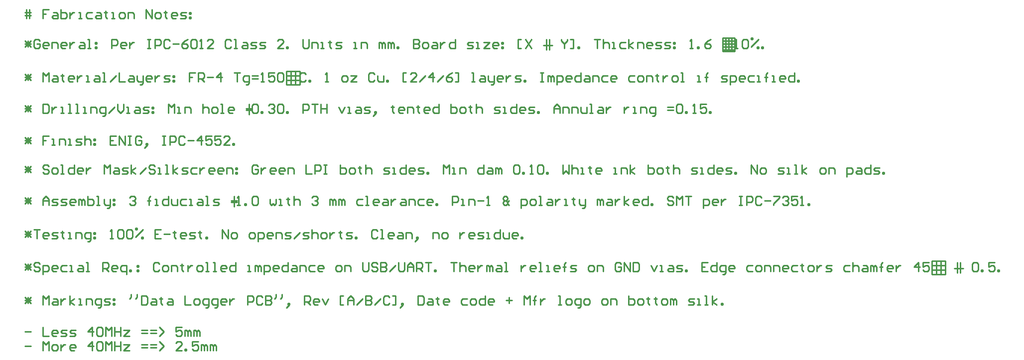
<source format=gbr>
%TF.GenerationSoftware,Altium Limited,Altium Designer,25.6.2 (33)*%
G04 Layer_Color=13421772*
%FSLAX45Y45*%
%MOMM*%
%TF.SameCoordinates,D625FAC1-649B-4139-A42B-0E7AE4161345*%
%TF.FilePolarity,Positive*%
%TF.FileFunction,Other,Fab_Notes*%
%TF.Part,Single*%
G01*
G75*
%TA.AperFunction,NonConductor*%
%ADD48C,0.25400*%
D48*
X10900792Y18408025D02*
Y18560374D01*
X10951575D02*
Y18408025D01*
X10875400Y18509592D02*
X10951575D01*
X10976967D01*
X10875400Y18458807D02*
X10976967D01*
X11281669Y18560374D02*
X11180101D01*
Y18484200D01*
X11230885D01*
X11180101D01*
Y18408025D01*
X11357844Y18509592D02*
X11408627D01*
X11434019Y18484200D01*
Y18408025D01*
X11357844D01*
X11332452Y18433417D01*
X11357844Y18458807D01*
X11434019D01*
X11484803Y18560374D02*
Y18408025D01*
X11560978D01*
X11586370Y18433417D01*
Y18458807D01*
Y18484200D01*
X11560978Y18509592D01*
X11484803D01*
X11637154D02*
Y18408025D01*
Y18458807D01*
X11662545Y18484200D01*
X11687937Y18509592D01*
X11713329D01*
X11789504Y18408025D02*
X11840288D01*
X11814896D01*
Y18509592D01*
X11789504D01*
X12018030D02*
X11941855D01*
X11916463Y18484200D01*
Y18433417D01*
X11941855Y18408025D01*
X12018030D01*
X12094206Y18509592D02*
X12144989D01*
X12170381Y18484200D01*
Y18408025D01*
X12094206D01*
X12068814Y18433417D01*
X12094206Y18458807D01*
X12170381D01*
X12246556Y18534982D02*
Y18509592D01*
X12221165D01*
X12271948D01*
X12246556D01*
Y18433417D01*
X12271948Y18408025D01*
X12348123D02*
X12398907D01*
X12373515D01*
Y18509592D01*
X12348123D01*
X12500474Y18408025D02*
X12551258D01*
X12576649Y18433417D01*
Y18484200D01*
X12551258Y18509592D01*
X12500474D01*
X12475082Y18484200D01*
Y18433417D01*
X12500474Y18408025D01*
X12627433D02*
Y18509592D01*
X12703608D01*
X12729000Y18484200D01*
Y18408025D01*
X12932133D02*
Y18560374D01*
X13033702Y18408025D01*
Y18560374D01*
X13109877Y18408025D02*
X13160660D01*
X13186052Y18433417D01*
Y18484200D01*
X13160660Y18509592D01*
X13109877D01*
X13084485Y18484200D01*
Y18433417D01*
X13109877Y18408025D01*
X13262228Y18534982D02*
Y18509592D01*
X13236836D01*
X13287619D01*
X13262228D01*
Y18433417D01*
X13287619Y18408025D01*
X13439970D02*
X13389188D01*
X13363795Y18433417D01*
Y18484200D01*
X13389188Y18509592D01*
X13439970D01*
X13465363Y18484200D01*
Y18458807D01*
X13363795D01*
X13516145Y18408025D02*
X13592320D01*
X13617712Y18433417D01*
X13592320Y18458807D01*
X13541537D01*
X13516145Y18484200D01*
X13541537Y18509592D01*
X13617712D01*
X13668497D02*
X13693887D01*
Y18484200D01*
X13668497D01*
Y18509592D01*
Y18433417D02*
X13693887D01*
Y18408025D01*
X13668497D01*
Y18433417D01*
X10875400Y18022031D02*
X10976967Y17920464D01*
X10875400D02*
X10976967Y18022031D01*
X10875400Y17971246D02*
X10976967D01*
X10926183Y17920464D02*
Y18022031D01*
X11129318D02*
X11103926Y18047421D01*
X11053142D01*
X11027751Y18022031D01*
Y17920464D01*
X11053142Y17895071D01*
X11103926D01*
X11129318Y17920464D01*
Y17971246D01*
X11078534D01*
X11256277Y17895071D02*
X11205493D01*
X11180101Y17920464D01*
Y17971246D01*
X11205493Y17996638D01*
X11256277D01*
X11281669Y17971246D01*
Y17945854D01*
X11180101D01*
X11332452Y17895071D02*
Y17996638D01*
X11408627D01*
X11434019Y17971246D01*
Y17895071D01*
X11560978D02*
X11510195D01*
X11484803Y17920464D01*
Y17971246D01*
X11510195Y17996638D01*
X11560978D01*
X11586370Y17971246D01*
Y17945854D01*
X11484803D01*
X11637154Y17996638D02*
Y17895071D01*
Y17945854D01*
X11662545Y17971246D01*
X11687937Y17996638D01*
X11713329D01*
X11814896D02*
X11865680D01*
X11891071Y17971246D01*
Y17895071D01*
X11814896D01*
X11789504Y17920464D01*
X11814896Y17945854D01*
X11891071D01*
X11941855Y17895071D02*
X11992638D01*
X11967247D01*
Y18047421D01*
X11941855D01*
X12068814Y17996638D02*
X12094206D01*
Y17971246D01*
X12068814D01*
Y17996638D01*
Y17920464D02*
X12094206D01*
Y17895071D01*
X12068814D01*
Y17920464D01*
X12348123Y17895071D02*
Y18047421D01*
X12424299D01*
X12449691Y18022031D01*
Y17971246D01*
X12424299Y17945854D01*
X12348123D01*
X12576649Y17895071D02*
X12525866D01*
X12500474Y17920464D01*
Y17971246D01*
X12525866Y17996638D01*
X12576649D01*
X12602041Y17971246D01*
Y17945854D01*
X12500474D01*
X12652825Y17996638D02*
Y17895071D01*
Y17945854D01*
X12678217Y17971246D01*
X12703608Y17996638D01*
X12729000D01*
X12957526Y18047421D02*
X13008310D01*
X12982918D01*
Y17895071D01*
X12957526D01*
X13008310D01*
X13084485D02*
Y18047421D01*
X13160660D01*
X13186052Y18022031D01*
Y17971246D01*
X13160660Y17945854D01*
X13084485D01*
X13338403Y18022031D02*
X13313011Y18047421D01*
X13262228D01*
X13236836Y18022031D01*
Y17920464D01*
X13262228Y17895071D01*
X13313011D01*
X13338403Y17920464D01*
X13389188Y17971246D02*
X13490755D01*
X13643105Y18047421D02*
X13592320Y18022031D01*
X13541537Y17971246D01*
Y17920464D01*
X13566930Y17895071D01*
X13617712D01*
X13643105Y17920464D01*
Y17945854D01*
X13617712Y17971246D01*
X13541537D01*
X13693887Y18022031D02*
X13719279Y18047421D01*
X13770062D01*
X13795454Y18022031D01*
Y17920464D01*
X13770062Y17895071D01*
X13719279D01*
X13693887Y17920464D01*
Y18022031D01*
X13846239Y17895071D02*
X13897021D01*
X13871631D01*
Y18047421D01*
X13846239Y18022031D01*
X14074765Y17895071D02*
X13973198D01*
X14074765Y17996638D01*
Y18022031D01*
X14049373Y18047421D01*
X13998589D01*
X13973198Y18022031D01*
X14379466D02*
X14354074Y18047421D01*
X14303291D01*
X14277899Y18022031D01*
Y17920464D01*
X14303291Y17895071D01*
X14354074D01*
X14379466Y17920464D01*
X14430251Y17895071D02*
X14481033D01*
X14455643D01*
Y18047421D01*
X14430251D01*
X14582600Y17996638D02*
X14633385D01*
X14658775Y17971246D01*
Y17895071D01*
X14582600D01*
X14557208Y17920464D01*
X14582600Y17945854D01*
X14658775D01*
X14709560Y17895071D02*
X14785735D01*
X14811127Y17920464D01*
X14785735Y17945854D01*
X14734950D01*
X14709560Y17971246D01*
X14734950Y17996638D01*
X14811127D01*
X14861909Y17895071D02*
X14938084D01*
X14963477Y17920464D01*
X14938084Y17945854D01*
X14887302D01*
X14861909Y17971246D01*
X14887302Y17996638D01*
X14963477D01*
X15268179Y17895071D02*
X15166612D01*
X15268179Y17996638D01*
Y18022031D01*
X15242787Y18047421D01*
X15192003D01*
X15166612Y18022031D01*
X15318962Y17895071D02*
Y17920464D01*
X15344354D01*
Y17895071D01*
X15318962D01*
X15598273Y18047421D02*
Y17920464D01*
X15623663Y17895071D01*
X15674448D01*
X15699838Y17920464D01*
Y18047421D01*
X15750623Y17895071D02*
Y17996638D01*
X15826797D01*
X15852190Y17971246D01*
Y17895071D01*
X15902972D02*
X15953757D01*
X15928365D01*
Y17996638D01*
X15902972D01*
X16055324Y18022031D02*
Y17996638D01*
X16029932D01*
X16080716D01*
X16055324D01*
Y17920464D01*
X16080716Y17895071D01*
X16156891D02*
X16233066D01*
X16258458Y17920464D01*
X16233066Y17945854D01*
X16182283D01*
X16156891Y17971246D01*
X16182283Y17996638D01*
X16258458D01*
X16461592Y17895071D02*
X16512376D01*
X16486984D01*
Y17996638D01*
X16461592D01*
X16588551Y17895071D02*
Y17996638D01*
X16664726D01*
X16690118Y17971246D01*
Y17895071D01*
X16893253D02*
Y17996638D01*
X16918645D01*
X16944035Y17971246D01*
Y17895071D01*
Y17971246D01*
X16969427Y17996638D01*
X16994820Y17971246D01*
Y17895071D01*
X17045602D02*
Y17996638D01*
X17070995D01*
X17096387Y17971246D01*
Y17895071D01*
Y17971246D01*
X17121779Y17996638D01*
X17147171Y17971246D01*
Y17895071D01*
X17197954D02*
Y17920464D01*
X17223346D01*
Y17895071D01*
X17197954D01*
X17477264Y18047421D02*
Y17895071D01*
X17553439D01*
X17578831Y17920464D01*
Y17945854D01*
X17553439Y17971246D01*
X17477264D01*
X17553439D01*
X17578831Y17996638D01*
Y18022031D01*
X17553439Y18047421D01*
X17477264D01*
X17655006Y17895071D02*
X17705791D01*
X17731181Y17920464D01*
Y17971246D01*
X17705791Y17996638D01*
X17655006D01*
X17629614Y17971246D01*
Y17920464D01*
X17655006Y17895071D01*
X17807356Y17996638D02*
X17858141D01*
X17883533Y17971246D01*
Y17895071D01*
X17807356D01*
X17781966Y17920464D01*
X17807356Y17945854D01*
X17883533D01*
X17934315Y17996638D02*
Y17895071D01*
Y17945854D01*
X17959708Y17971246D01*
X17985098Y17996638D01*
X18010490D01*
X18188234Y18047421D02*
Y17895071D01*
X18112059D01*
X18086667Y17920464D01*
Y17971246D01*
X18112059Y17996638D01*
X18188234D01*
X18391368Y17895071D02*
X18467543D01*
X18492935Y17920464D01*
X18467543Y17945854D01*
X18416760D01*
X18391368Y17971246D01*
X18416760Y17996638D01*
X18492935D01*
X18543719Y17895071D02*
X18594502D01*
X18569112D01*
Y17996638D01*
X18543719D01*
X18670679D02*
X18772244D01*
X18670679Y17895071D01*
X18772244D01*
X18899203D02*
X18848421D01*
X18823029Y17920464D01*
Y17971246D01*
X18848421Y17996638D01*
X18899203D01*
X18924596Y17971246D01*
Y17945854D01*
X18823029D01*
X18975378Y17996638D02*
X19000771D01*
Y17971246D01*
X18975378D01*
Y17996638D01*
Y17920464D02*
X19000771D01*
Y17895071D01*
X18975378D01*
Y17920464D01*
X19305472Y17895071D02*
X19254689D01*
Y18047421D01*
X19305472D01*
X19381648D02*
X19483215Y17895071D01*
Y18047421D02*
X19381648Y17895071D01*
X19686349Y17945854D02*
X19838699D01*
X19737132Y18047421D02*
Y17869679D01*
X19787917Y18047421D02*
Y17869679D01*
X19991051Y18047421D02*
Y18022031D01*
X20041833Y17971246D01*
X20092618Y18022031D01*
Y18047421D01*
X20041833Y17971246D02*
Y17895071D01*
X20143401D02*
X20194185D01*
Y18047421D01*
X20143401D01*
X20270360Y17895071D02*
Y17920464D01*
X20295752D01*
Y17895071D01*
X20270360D01*
X20549670Y18047421D02*
X20651237D01*
X20600453D01*
Y17895071D01*
X20702020Y18047421D02*
Y17895071D01*
Y17971246D01*
X20727412Y17996638D01*
X20778197D01*
X20803587Y17971246D01*
Y17895071D01*
X20854372D02*
X20905154D01*
X20879762D01*
Y17996638D01*
X20854372D01*
X21082896D02*
X21006721D01*
X20981329Y17971246D01*
Y17920464D01*
X21006721Y17895071D01*
X21082896D01*
X21133681D02*
Y18047421D01*
Y17945854D02*
X21209856Y17996638D01*
X21133681Y17945854D02*
X21209856Y17895071D01*
X21286031D02*
Y17996638D01*
X21362207D01*
X21387599Y17971246D01*
Y17895071D01*
X21514557D02*
X21463774D01*
X21438382Y17920464D01*
Y17971246D01*
X21463774Y17996638D01*
X21514557D01*
X21539949Y17971246D01*
Y17945854D01*
X21438382D01*
X21590733Y17895071D02*
X21666908D01*
X21692300Y17920464D01*
X21666908Y17945854D01*
X21616125D01*
X21590733Y17971246D01*
X21616125Y17996638D01*
X21692300D01*
X21743085Y17895071D02*
X21819260D01*
X21844650Y17920464D01*
X21819260Y17945854D01*
X21768475D01*
X21743085Y17971246D01*
X21768475Y17996638D01*
X21844650D01*
X21895435D02*
X21920827D01*
Y17971246D01*
X21895435D01*
Y17996638D01*
Y17920464D02*
X21920827D01*
Y17895071D01*
X21895435D01*
Y17920464D01*
X22174744Y17895071D02*
X22225526D01*
X22200136D01*
Y18047421D01*
X22174744Y18022031D01*
X22301703Y17895071D02*
Y17920464D01*
X22327095D01*
Y17895071D01*
X22301703D01*
X22530229Y18047421D02*
X22479445Y18022031D01*
X22428662Y17971246D01*
Y17920464D01*
X22454053Y17895071D01*
X22504837D01*
X22530229Y17920464D01*
Y17945854D01*
X22504837Y17971246D01*
X22428662D01*
X22733363Y18072813D02*
X22936497D01*
Y17869679D01*
X22733363D01*
Y18072813D01*
Y18022031D02*
X22936497D01*
X22733363Y17971246D02*
X22936497D01*
X22733363Y17920464D02*
X22936497D01*
X22784146Y18072813D02*
Y17844287D01*
X22834930Y18072813D02*
Y17844287D01*
X22885715Y18072813D02*
Y17844287D01*
X22733363Y17869679D02*
Y17844287D01*
X22936497D01*
Y17869679D01*
Y17895071D02*
X22987280D01*
X22961890D01*
Y18047421D01*
X22936497Y18022031D01*
X23063457D02*
X23088847Y18047421D01*
X23139632D01*
X23165022Y18022031D01*
Y17920464D01*
X23139632Y17895071D01*
X23088847D01*
X23063457Y17920464D01*
Y18022031D01*
X23215807Y17920464D02*
X23342766Y18047421D01*
X23215807D02*
Y18072813D01*
X23241199D01*
Y18047421D01*
X23215807D01*
X23317374Y17895071D02*
Y17920464D01*
X23342766D01*
Y17895071D01*
X23317374D01*
X23393549D02*
Y17920464D01*
X23418941D01*
Y17895071D01*
X23393549D01*
X10875400Y17458293D02*
X10976967Y17356726D01*
X10875400D02*
X10976967Y17458293D01*
X10875400Y17407509D02*
X10976967D01*
X10926183Y17356726D02*
Y17458293D01*
X11180101Y17331334D02*
Y17483685D01*
X11230885Y17432901D01*
X11281669Y17483685D01*
Y17331334D01*
X11357844Y17432901D02*
X11408627D01*
X11434019Y17407509D01*
Y17331334D01*
X11357844D01*
X11332452Y17356726D01*
X11357844Y17382117D01*
X11434019D01*
X11510195Y17458293D02*
Y17432901D01*
X11484803D01*
X11535586D01*
X11510195D01*
Y17356726D01*
X11535586Y17331334D01*
X11687937D02*
X11637154D01*
X11611762Y17356726D01*
Y17407509D01*
X11637154Y17432901D01*
X11687937D01*
X11713329Y17407509D01*
Y17382117D01*
X11611762D01*
X11764112Y17432901D02*
Y17331334D01*
Y17382117D01*
X11789504Y17407509D01*
X11814896Y17432901D01*
X11840288D01*
X11916463Y17331334D02*
X11967247D01*
X11941855D01*
Y17432901D01*
X11916463D01*
X12068814D02*
X12119597D01*
X12144989Y17407509D01*
Y17331334D01*
X12068814D01*
X12043422Y17356726D01*
X12068814Y17382117D01*
X12144989D01*
X12195773Y17331334D02*
X12246556D01*
X12221165D01*
Y17483685D01*
X12195773D01*
X12322732Y17331334D02*
X12424299Y17432901D01*
X12475082Y17483685D02*
Y17331334D01*
X12576649D01*
X12652825Y17432901D02*
X12703608D01*
X12729000Y17407509D01*
Y17331334D01*
X12652825D01*
X12627433Y17356726D01*
X12652825Y17382117D01*
X12729000D01*
X12779784Y17432901D02*
Y17356726D01*
X12805176Y17331334D01*
X12881351D01*
Y17305942D01*
X12855959Y17280550D01*
X12830566D01*
X12881351Y17331334D02*
Y17432901D01*
X13008310Y17331334D02*
X12957526D01*
X12932133Y17356726D01*
Y17407509D01*
X12957526Y17432901D01*
X13008310D01*
X13033702Y17407509D01*
Y17382117D01*
X12932133D01*
X13084485Y17432901D02*
Y17331334D01*
Y17382117D01*
X13109877Y17407509D01*
X13135269Y17432901D01*
X13160660D01*
X13236836Y17331334D02*
X13313011D01*
X13338403Y17356726D01*
X13313011Y17382117D01*
X13262228D01*
X13236836Y17407509D01*
X13262228Y17432901D01*
X13338403D01*
X13389188D02*
X13414578D01*
Y17407509D01*
X13389188D01*
Y17432901D01*
Y17356726D02*
X13414578D01*
Y17331334D01*
X13389188D01*
Y17356726D01*
X13770062Y17483685D02*
X13668497D01*
Y17407509D01*
X13719279D01*
X13668497D01*
Y17331334D01*
X13820847D02*
Y17483685D01*
X13897021D01*
X13922414Y17458293D01*
Y17407509D01*
X13897021Y17382117D01*
X13820847D01*
X13871629D02*
X13922414Y17331334D01*
X13973198Y17407509D02*
X14074765D01*
X14201724Y17331334D02*
Y17483685D01*
X14125548Y17407509D01*
X14227116D01*
X14430251Y17483685D02*
X14531818D01*
X14481033D01*
Y17331334D01*
X14633385Y17280550D02*
X14658775D01*
X14684167Y17305942D01*
Y17432901D01*
X14607993D01*
X14582600Y17407509D01*
Y17356726D01*
X14607993Y17331334D01*
X14684167D01*
X14734950Y17382117D02*
X14836517D01*
X14734950Y17432901D02*
X14836517D01*
X14887302Y17331334D02*
X14938084D01*
X14912694D01*
Y17483685D01*
X14887302Y17458293D01*
X15115828Y17483685D02*
X15014261D01*
Y17407509D01*
X15065044Y17432901D01*
X15090436D01*
X15115828Y17407509D01*
Y17356726D01*
X15090436Y17331334D01*
X15039653D01*
X15014261Y17356726D01*
X15166612Y17458293D02*
X15192003Y17483685D01*
X15242787D01*
X15268179Y17458293D01*
Y17356726D01*
X15242787Y17331334D01*
X15192003D01*
X15166612Y17356726D01*
Y17458293D01*
X15318962Y17483685D02*
Y17280550D01*
X15471313D01*
Y17509076D01*
X15318962D01*
Y17483685D01*
X15395139Y17509076D02*
Y17280550D01*
X15318962Y17432901D02*
X15547488D01*
X15318962Y17356726D02*
X15547488D01*
X15471313Y17509076D02*
X15547488D01*
Y17280550D01*
X15471313D01*
X15649055Y17458293D02*
X15623663Y17483685D01*
X15572881D01*
X15547488Y17458293D01*
Y17356726D01*
X15572881Y17331334D01*
X15623663D01*
X15649055Y17356726D01*
X15699838Y17331334D02*
Y17356726D01*
X15725230D01*
Y17331334D01*
X15699838D01*
X15979149D02*
X16029932D01*
X16004541D01*
Y17483685D01*
X15979149Y17458293D01*
X16283850Y17331334D02*
X16334634D01*
X16360025Y17356726D01*
Y17407509D01*
X16334634Y17432901D01*
X16283850D01*
X16258458Y17407509D01*
Y17356726D01*
X16283850Y17331334D01*
X16410809Y17432901D02*
X16512376D01*
X16410809Y17331334D01*
X16512376D01*
X16817078Y17458293D02*
X16791685Y17483685D01*
X16740903D01*
X16715511Y17458293D01*
Y17356726D01*
X16740903Y17331334D01*
X16791685D01*
X16817078Y17356726D01*
X16867860Y17432901D02*
Y17356726D01*
X16893253Y17331334D01*
X16969427D01*
Y17432901D01*
X17020212Y17331334D02*
Y17356726D01*
X17045604D01*
Y17331334D01*
X17020212D01*
X17350305D02*
X17299521D01*
Y17483685D01*
X17350305D01*
X17528047Y17331334D02*
X17426480D01*
X17528047Y17432901D01*
Y17458293D01*
X17502657Y17483685D01*
X17451872D01*
X17426480Y17458293D01*
X17578831Y17331334D02*
X17680399Y17432901D01*
X17807356Y17331334D02*
Y17483685D01*
X17731181Y17407509D01*
X17832748D01*
X17883533Y17331334D02*
X17985100Y17432901D01*
X18137450Y17483685D02*
X18086667Y17458293D01*
X18035883Y17407509D01*
Y17356726D01*
X18061275Y17331334D01*
X18112059D01*
X18137450Y17356726D01*
Y17382117D01*
X18112059Y17407509D01*
X18035883D01*
X18188234Y17331334D02*
X18239017D01*
Y17483685D01*
X18188234D01*
X18467543Y17331334D02*
X18518327D01*
X18492935D01*
Y17483685D01*
X18467543D01*
X18619894Y17432901D02*
X18670679D01*
X18696069Y17407509D01*
Y17331334D01*
X18619894D01*
X18594502Y17356726D01*
X18619894Y17382117D01*
X18696069D01*
X18746854Y17432901D02*
Y17356726D01*
X18772244Y17331334D01*
X18848421D01*
Y17305942D01*
X18823029Y17280550D01*
X18797636D01*
X18848421Y17331334D02*
Y17432901D01*
X18975378Y17331334D02*
X18924596D01*
X18899203Y17356726D01*
Y17407509D01*
X18924596Y17432901D01*
X18975378D01*
X19000771Y17407509D01*
Y17382117D01*
X18899203D01*
X19051553Y17432901D02*
Y17331334D01*
Y17382117D01*
X19076945Y17407509D01*
X19102338Y17432901D01*
X19127730D01*
X19203905Y17331334D02*
X19280081D01*
X19305472Y17356726D01*
X19280081Y17382117D01*
X19229297D01*
X19203905Y17407509D01*
X19229297Y17432901D01*
X19305472D01*
X19356256Y17331334D02*
Y17356726D01*
X19381648D01*
Y17331334D01*
X19356256D01*
X19635567Y17483685D02*
X19686349D01*
X19660957D01*
Y17331334D01*
X19635567D01*
X19686349D01*
X19762524D02*
Y17432901D01*
X19787917D01*
X19813309Y17407509D01*
Y17331334D01*
Y17407509D01*
X19838699Y17432901D01*
X19864091Y17407509D01*
Y17331334D01*
X19914874Y17280550D02*
Y17432901D01*
X19991051D01*
X20016441Y17407509D01*
Y17356726D01*
X19991051Y17331334D01*
X19914874D01*
X20143401D02*
X20092618D01*
X20067226Y17356726D01*
Y17407509D01*
X20092618Y17432901D01*
X20143401D01*
X20168793Y17407509D01*
Y17382117D01*
X20067226D01*
X20321144Y17483685D02*
Y17331334D01*
X20244968D01*
X20219577Y17356726D01*
Y17407509D01*
X20244968Y17432901D01*
X20321144D01*
X20397319D02*
X20448103D01*
X20473494Y17407509D01*
Y17331334D01*
X20397319D01*
X20371927Y17356726D01*
X20397319Y17382117D01*
X20473494D01*
X20524278Y17331334D02*
Y17432901D01*
X20600453D01*
X20625845Y17407509D01*
Y17331334D01*
X20778197Y17432901D02*
X20702020D01*
X20676630Y17407509D01*
Y17356726D01*
X20702020Y17331334D01*
X20778197D01*
X20905154D02*
X20854372D01*
X20828979Y17356726D01*
Y17407509D01*
X20854372Y17432901D01*
X20905154D01*
X20930547Y17407509D01*
Y17382117D01*
X20828979D01*
X21235248Y17432901D02*
X21159073D01*
X21133681Y17407509D01*
Y17356726D01*
X21159073Y17331334D01*
X21235248D01*
X21311423D02*
X21362207D01*
X21387599Y17356726D01*
Y17407509D01*
X21362207Y17432901D01*
X21311423D01*
X21286032Y17407509D01*
Y17356726D01*
X21311423Y17331334D01*
X21438382D02*
Y17432901D01*
X21514558D01*
X21539951Y17407509D01*
Y17331334D01*
X21616125Y17458293D02*
Y17432901D01*
X21590733D01*
X21641518D01*
X21616125D01*
Y17356726D01*
X21641518Y17331334D01*
X21717693Y17432901D02*
Y17331334D01*
Y17382117D01*
X21743085Y17407509D01*
X21768475Y17432901D01*
X21793867D01*
X21895435Y17331334D02*
X21946217D01*
X21971609Y17356726D01*
Y17407509D01*
X21946217Y17432901D01*
X21895435D01*
X21870042Y17407509D01*
Y17356726D01*
X21895435Y17331334D01*
X22022392D02*
X22073177D01*
X22047784D01*
Y17483685D01*
X22022392D01*
X22301703Y17331334D02*
X22352486D01*
X22327095D01*
Y17432901D01*
X22301703D01*
X22454054Y17331334D02*
Y17458293D01*
Y17407509D01*
X22428662D01*
X22479445D01*
X22454054D01*
Y17458293D01*
X22479445Y17483685D01*
X22707971Y17331334D02*
X22784148D01*
X22809538Y17356726D01*
X22784148Y17382117D01*
X22733363D01*
X22707971Y17407509D01*
X22733363Y17432901D01*
X22809538D01*
X22860323Y17280550D02*
Y17432901D01*
X22936497D01*
X22961890Y17407509D01*
Y17356726D01*
X22936497Y17331334D01*
X22860323D01*
X23088847D02*
X23038065D01*
X23012672Y17356726D01*
Y17407509D01*
X23038065Y17432901D01*
X23088847D01*
X23114240Y17407509D01*
Y17382117D01*
X23012672D01*
X23266591Y17432901D02*
X23190414D01*
X23165024Y17407509D01*
Y17356726D01*
X23190414Y17331334D01*
X23266591D01*
X23317374D02*
X23368158D01*
X23342766D01*
Y17432901D01*
X23317374D01*
X23469725Y17331334D02*
Y17458293D01*
Y17407509D01*
X23444333D01*
X23495117D01*
X23469725D01*
Y17458293D01*
X23495117Y17483685D01*
X23571292Y17331334D02*
X23622075D01*
X23596684D01*
Y17432901D01*
X23571292D01*
X23774426Y17331334D02*
X23723643D01*
X23698251Y17356726D01*
Y17407509D01*
X23723643Y17432901D01*
X23774426D01*
X23799818Y17407509D01*
Y17382117D01*
X23698251D01*
X23952168Y17483685D02*
Y17331334D01*
X23875993D01*
X23850603Y17356726D01*
Y17407509D01*
X23875993Y17432901D01*
X23952168D01*
X24002953Y17331334D02*
Y17356726D01*
X24028345D01*
Y17331334D01*
X24002953D01*
X10875400Y16919948D02*
X10976967Y16818381D01*
X10875400D02*
X10976967Y16919948D01*
X10875400Y16869164D02*
X10976967D01*
X10926183Y16818381D02*
Y16919948D01*
X11180101Y16945338D02*
Y16792989D01*
X11256277D01*
X11281669Y16818381D01*
Y16919948D01*
X11256277Y16945338D01*
X11180101D01*
X11332452Y16894556D02*
Y16792989D01*
Y16843771D01*
X11357844Y16869164D01*
X11383236Y16894556D01*
X11408627D01*
X11484803Y16792989D02*
X11535586D01*
X11510195D01*
Y16894556D01*
X11484803D01*
X11611762Y16792989D02*
X11662545D01*
X11637154D01*
Y16945338D01*
X11611762D01*
X11738720Y16792989D02*
X11789504D01*
X11764112D01*
Y16945338D01*
X11738720D01*
X11865679Y16792989D02*
X11916463D01*
X11891071D01*
Y16894556D01*
X11865679D01*
X11992638Y16792989D02*
Y16894556D01*
X12068814D01*
X12094205Y16869164D01*
Y16792989D01*
X12195772Y16742204D02*
X12221164D01*
X12246556Y16767596D01*
Y16894556D01*
X12170381D01*
X12144989Y16869164D01*
Y16818381D01*
X12170381Y16792989D01*
X12246556D01*
X12297340D02*
X12398907Y16894556D01*
X12449690Y16945338D02*
Y16843771D01*
X12500474Y16792989D01*
X12551258Y16843771D01*
Y16945338D01*
X12602041Y16792989D02*
X12652825D01*
X12627433D01*
Y16894556D01*
X12602041D01*
X12754392D02*
X12805174D01*
X12830566Y16869164D01*
Y16792989D01*
X12754392D01*
X12729000Y16818381D01*
X12754392Y16843771D01*
X12830566D01*
X12881351Y16792989D02*
X12957526D01*
X12982918Y16818381D01*
X12957526Y16843771D01*
X12906743D01*
X12881351Y16869164D01*
X12906743Y16894556D01*
X12982918D01*
X13033701D02*
X13059093D01*
Y16869164D01*
X13033701D01*
Y16894556D01*
Y16818381D02*
X13059093D01*
Y16792989D01*
X13033701D01*
Y16818381D01*
X13313011Y16792989D02*
Y16945338D01*
X13363794Y16894556D01*
X13414578Y16945338D01*
Y16792989D01*
X13465363D02*
X13516145D01*
X13490755D01*
Y16894556D01*
X13465363D01*
X13592320Y16792989D02*
Y16894556D01*
X13668497D01*
X13693887Y16869164D01*
Y16792989D01*
X13897021Y16945338D02*
Y16792989D01*
Y16869164D01*
X13922414Y16894556D01*
X13973196D01*
X13998589Y16869164D01*
Y16792989D01*
X14074765D02*
X14125548D01*
X14150940Y16818381D01*
Y16869164D01*
X14125548Y16894556D01*
X14074765D01*
X14049373Y16869164D01*
Y16818381D01*
X14074765Y16792989D01*
X14201723D02*
X14252507D01*
X14227115D01*
Y16945338D01*
X14201723D01*
X14404858Y16792989D02*
X14354074D01*
X14328682Y16818381D01*
Y16869164D01*
X14354074Y16894556D01*
X14404858D01*
X14430251Y16869164D01*
Y16843771D01*
X14328682D01*
X14633385D02*
X14734950D01*
X14684167Y16945338D02*
Y16767596D01*
X14633385Y16869164D02*
X14734950D01*
Y16919948D02*
X14760342Y16945338D01*
X14811127D01*
X14836517Y16919948D01*
Y16818381D01*
X14811127Y16792989D01*
X14760342D01*
X14734950Y16818381D01*
Y16919948D01*
X14887302Y16792989D02*
Y16818381D01*
X14912694D01*
Y16792989D01*
X14887302D01*
X15014261Y16919948D02*
X15039651Y16945338D01*
X15090436D01*
X15115828Y16919948D01*
Y16894556D01*
X15090436Y16869164D01*
X15065044D01*
X15090436D01*
X15115828Y16843771D01*
Y16818381D01*
X15090436Y16792989D01*
X15039651D01*
X15014261Y16818381D01*
X15166611Y16919948D02*
X15192003Y16945338D01*
X15242787D01*
X15268179Y16919948D01*
Y16818381D01*
X15242787Y16792989D01*
X15192003D01*
X15166611Y16818381D01*
Y16919948D01*
X15318962Y16792989D02*
Y16818381D01*
X15344354D01*
Y16792989D01*
X15318962D01*
X15598273D02*
Y16945338D01*
X15674448D01*
X15699838Y16919948D01*
Y16869164D01*
X15674448Y16843771D01*
X15598273D01*
X15750623Y16945338D02*
X15852190D01*
X15801405D01*
Y16792989D01*
X15902972Y16945338D02*
Y16792989D01*
Y16869164D01*
X16004539D01*
Y16945338D01*
Y16792989D01*
X16207674Y16894556D02*
X16258458Y16792989D01*
X16309242Y16894556D01*
X16360025Y16792989D02*
X16410809D01*
X16385417D01*
Y16894556D01*
X16360025D01*
X16512376D02*
X16563159D01*
X16588551Y16869164D01*
Y16792989D01*
X16512376D01*
X16486984Y16818381D01*
X16512376Y16843771D01*
X16588551D01*
X16639336Y16792989D02*
X16715511D01*
X16740903Y16818381D01*
X16715511Y16843771D01*
X16664726D01*
X16639336Y16869164D01*
X16664726Y16894556D01*
X16740903D01*
X16817078Y16767596D02*
X16842468Y16792989D01*
Y16818381D01*
X16817078D01*
Y16792989D01*
X16842468D01*
X16817078Y16767596D01*
X16791685Y16742204D01*
X17121779Y16919948D02*
Y16894556D01*
X17096387D01*
X17147169D01*
X17121779D01*
Y16818381D01*
X17147169Y16792989D01*
X17299521D02*
X17248738D01*
X17223346Y16818381D01*
Y16869164D01*
X17248738Y16894556D01*
X17299521D01*
X17324913Y16869164D01*
Y16843771D01*
X17223346D01*
X17375697Y16792989D02*
Y16894556D01*
X17451872D01*
X17477264Y16869164D01*
Y16792989D01*
X17553439Y16919948D02*
Y16894556D01*
X17528047D01*
X17578831D01*
X17553439D01*
Y16818381D01*
X17578831Y16792989D01*
X17731181D02*
X17680399D01*
X17655006Y16818381D01*
Y16869164D01*
X17680399Y16894556D01*
X17731181D01*
X17756573Y16869164D01*
Y16843771D01*
X17655006D01*
X17908923Y16945338D02*
Y16792989D01*
X17832748D01*
X17807356Y16818381D01*
Y16869164D01*
X17832748Y16894556D01*
X17908923D01*
X18112057Y16945338D02*
Y16792989D01*
X18188234D01*
X18213625Y16818381D01*
Y16843771D01*
Y16869164D01*
X18188234Y16894556D01*
X18112057D01*
X18289801Y16792989D02*
X18340584D01*
X18365976Y16818381D01*
Y16869164D01*
X18340584Y16894556D01*
X18289801D01*
X18264409Y16869164D01*
Y16818381D01*
X18289801Y16792989D01*
X18442152Y16919948D02*
Y16894556D01*
X18416760D01*
X18467543D01*
X18442152D01*
Y16818381D01*
X18467543Y16792989D01*
X18543719Y16945338D02*
Y16792989D01*
Y16869164D01*
X18569110Y16894556D01*
X18619894D01*
X18645287Y16869164D01*
Y16792989D01*
X18848421D02*
X18924596D01*
X18949986Y16818381D01*
X18924596Y16843771D01*
X18873811D01*
X18848421Y16869164D01*
X18873811Y16894556D01*
X18949986D01*
X19000771Y16792989D02*
X19051553D01*
X19026163D01*
Y16894556D01*
X19000771D01*
X19229297Y16945338D02*
Y16792989D01*
X19153120D01*
X19127730Y16818381D01*
Y16869164D01*
X19153120Y16894556D01*
X19229297D01*
X19356256Y16792989D02*
X19305472D01*
X19280080Y16818381D01*
Y16869164D01*
X19305472Y16894556D01*
X19356256D01*
X19381648Y16869164D01*
Y16843771D01*
X19280080D01*
X19432431Y16792989D02*
X19508606D01*
X19533998Y16818381D01*
X19508606Y16843771D01*
X19457823D01*
X19432431Y16869164D01*
X19457823Y16894556D01*
X19533998D01*
X19584782Y16792989D02*
Y16818381D01*
X19610175D01*
Y16792989D01*
X19584782D01*
X19864091D02*
Y16894556D01*
X19914874Y16945338D01*
X19965659Y16894556D01*
Y16792989D01*
Y16869164D01*
X19864091D01*
X20016441Y16792989D02*
Y16894556D01*
X20092616D01*
X20118008Y16869164D01*
Y16792989D01*
X20168793D02*
Y16894556D01*
X20244968D01*
X20270360Y16869164D01*
Y16792989D01*
X20321144Y16894556D02*
Y16818381D01*
X20346535Y16792989D01*
X20422711D01*
Y16894556D01*
X20473494Y16792989D02*
X20524278D01*
X20498886D01*
Y16945338D01*
X20473494D01*
X20625845Y16894556D02*
X20676628D01*
X20702020Y16869164D01*
Y16792989D01*
X20625845D01*
X20600453Y16818381D01*
X20625845Y16843771D01*
X20702020D01*
X20752805Y16894556D02*
Y16792989D01*
Y16843771D01*
X20778197Y16869164D01*
X20803587Y16894556D01*
X20828979D01*
X21057504D02*
Y16792989D01*
Y16843771D01*
X21082896Y16869164D01*
X21108289Y16894556D01*
X21133681D01*
X21209856Y16792989D02*
X21260638D01*
X21235248D01*
Y16894556D01*
X21209856D01*
X21336815Y16792989D02*
Y16894556D01*
X21412990D01*
X21438382Y16869164D01*
Y16792989D01*
X21539949Y16742204D02*
X21565341D01*
X21590733Y16767596D01*
Y16894556D01*
X21514557D01*
X21489166Y16869164D01*
Y16818381D01*
X21514557Y16792989D01*
X21590733D01*
X21793867Y16843771D02*
X21895435D01*
X21793867Y16894556D02*
X21895435D01*
X21946217Y16919948D02*
X21971609Y16945338D01*
X22022392D01*
X22047784Y16919948D01*
Y16818381D01*
X22022392Y16792989D01*
X21971609D01*
X21946217Y16818381D01*
Y16919948D01*
X22098569Y16792989D02*
Y16818381D01*
X22123959D01*
Y16792989D01*
X22098569D01*
X22225526D02*
X22276311D01*
X22250919D01*
Y16945338D01*
X22225526Y16919948D01*
X22454053Y16945338D02*
X22352486D01*
Y16869164D01*
X22403270Y16894556D01*
X22428662D01*
X22454053Y16869164D01*
Y16818381D01*
X22428662Y16792989D01*
X22377878D01*
X22352486Y16818381D01*
X22504837Y16792989D02*
Y16818381D01*
X22530229D01*
Y16792989D01*
X22504837D01*
X10875400Y16381602D02*
X10976967Y16280035D01*
X10875400D02*
X10976967Y16381602D01*
X10875400Y16330820D02*
X10976967D01*
X10926183Y16280035D02*
Y16381602D01*
X11281669Y16406995D02*
X11180101D01*
Y16330820D01*
X11230885D01*
X11180101D01*
Y16254643D01*
X11332452D02*
X11383236D01*
X11357844D01*
Y16356210D01*
X11332452D01*
X11459411Y16254643D02*
Y16356210D01*
X11535586D01*
X11560978Y16330820D01*
Y16254643D01*
X11611762D02*
X11662545D01*
X11637154D01*
Y16356210D01*
X11611762D01*
X11738720Y16254643D02*
X11814896D01*
X11840288Y16280035D01*
X11814896Y16305428D01*
X11764112D01*
X11738720Y16330820D01*
X11764112Y16356210D01*
X11840288D01*
X11891071Y16406995D02*
Y16254643D01*
Y16330820D01*
X11916463Y16356210D01*
X11967247D01*
X11992638Y16330820D01*
Y16254643D01*
X12043422Y16356210D02*
X12068814D01*
Y16330820D01*
X12043422D01*
Y16356210D01*
Y16280035D02*
X12068814D01*
Y16254643D01*
X12043422D01*
Y16280035D01*
X12424299Y16406995D02*
X12322732D01*
Y16254643D01*
X12424299D01*
X12322732Y16330820D02*
X12373515D01*
X12475082Y16254643D02*
Y16406995D01*
X12576649Y16254643D01*
Y16406995D01*
X12627433D02*
X12678216D01*
X12652825D01*
Y16254643D01*
X12627433D01*
X12678216D01*
X12855959Y16381602D02*
X12830566Y16406995D01*
X12779784D01*
X12754392Y16381602D01*
Y16280035D01*
X12779784Y16254643D01*
X12830566D01*
X12855959Y16280035D01*
Y16330820D01*
X12805174D01*
X12932133Y16229253D02*
X12957526Y16254643D01*
Y16280035D01*
X12932133D01*
Y16254643D01*
X12957526D01*
X12932133Y16229253D01*
X12906743Y16203860D01*
X13211444Y16406995D02*
X13262227D01*
X13236836D01*
Y16254643D01*
X13211444D01*
X13262227D01*
X13338403D02*
Y16406995D01*
X13414578D01*
X13439970Y16381602D01*
Y16330820D01*
X13414578Y16305428D01*
X13338403D01*
X13592320Y16381602D02*
X13566930Y16406995D01*
X13516145D01*
X13490755Y16381602D01*
Y16280035D01*
X13516145Y16254643D01*
X13566930D01*
X13592320Y16280035D01*
X13643105Y16330820D02*
X13744672D01*
X13871629Y16254643D02*
Y16406995D01*
X13795454Y16330820D01*
X13897021D01*
X14049373Y16406995D02*
X13947806D01*
Y16330820D01*
X13998589Y16356210D01*
X14023981D01*
X14049373Y16330820D01*
Y16280035D01*
X14023981Y16254643D01*
X13973198D01*
X13947806Y16280035D01*
X14201724Y16406995D02*
X14100156D01*
Y16330820D01*
X14150940Y16356210D01*
X14176332D01*
X14201724Y16330820D01*
Y16280035D01*
X14176332Y16254643D01*
X14125548D01*
X14100156Y16280035D01*
X14354074Y16254643D02*
X14252507D01*
X14354074Y16356210D01*
Y16381602D01*
X14328683Y16406995D01*
X14277899D01*
X14252507Y16381602D01*
X14404858Y16254643D02*
Y16280035D01*
X14430251D01*
Y16254643D01*
X14404858D01*
X10875400Y15894041D02*
X10976967Y15792474D01*
X10875400D02*
X10976967Y15894041D01*
X10875400Y15843257D02*
X10976967D01*
X10926183Y15792474D02*
Y15894041D01*
X11281669D02*
X11256277Y15919434D01*
X11205493D01*
X11180101Y15894041D01*
Y15868649D01*
X11205493Y15843257D01*
X11256277D01*
X11281669Y15817865D01*
Y15792474D01*
X11256277Y15767082D01*
X11205493D01*
X11180101Y15792474D01*
X11357844Y15767082D02*
X11408627D01*
X11434019Y15792474D01*
Y15843257D01*
X11408627Y15868649D01*
X11357844D01*
X11332452Y15843257D01*
Y15792474D01*
X11357844Y15767082D01*
X11484803D02*
X11535586D01*
X11510195D01*
Y15919434D01*
X11484803D01*
X11713329D02*
Y15767082D01*
X11637154D01*
X11611762Y15792474D01*
Y15843257D01*
X11637154Y15868649D01*
X11713329D01*
X11840288Y15767082D02*
X11789504D01*
X11764112Y15792474D01*
Y15843257D01*
X11789504Y15868649D01*
X11840288D01*
X11865680Y15843257D01*
Y15817865D01*
X11764112D01*
X11916463Y15868649D02*
Y15767082D01*
Y15817865D01*
X11941855Y15843257D01*
X11967247Y15868649D01*
X11992638D01*
X12221165Y15767082D02*
Y15919434D01*
X12271948Y15868649D01*
X12322732Y15919434D01*
Y15767082D01*
X12398907Y15868649D02*
X12449691D01*
X12475082Y15843257D01*
Y15767082D01*
X12398907D01*
X12373515Y15792474D01*
X12398907Y15817865D01*
X12475082D01*
X12525866Y15767082D02*
X12602041D01*
X12627433Y15792474D01*
X12602041Y15817865D01*
X12551258D01*
X12525866Y15843257D01*
X12551258Y15868649D01*
X12627433D01*
X12678217Y15767082D02*
Y15919434D01*
Y15817865D02*
X12754392Y15868649D01*
X12678217Y15817865D02*
X12754392Y15767082D01*
X12830566D02*
X12932135Y15868649D01*
X13084485Y15894041D02*
X13059094Y15919434D01*
X13008310D01*
X12982918Y15894041D01*
Y15868649D01*
X13008310Y15843257D01*
X13059094D01*
X13084485Y15817865D01*
Y15792474D01*
X13059094Y15767082D01*
X13008310D01*
X12982918Y15792474D01*
X13135269Y15767082D02*
X13186052D01*
X13160661D01*
Y15868649D01*
X13135269D01*
X13262228Y15767082D02*
X13313011D01*
X13287621D01*
Y15919434D01*
X13262228D01*
X13389188Y15767082D02*
Y15919434D01*
Y15817865D02*
X13465363Y15868649D01*
X13389188Y15817865D02*
X13465363Y15767082D01*
X13541537D02*
X13617712D01*
X13643105Y15792474D01*
X13617712Y15817865D01*
X13566930D01*
X13541537Y15843257D01*
X13566930Y15868649D01*
X13643105D01*
X13795454D02*
X13719279D01*
X13693887Y15843257D01*
Y15792474D01*
X13719279Y15767082D01*
X13795454D01*
X13846239Y15868649D02*
Y15767082D01*
Y15817865D01*
X13871631Y15843257D01*
X13897021Y15868649D01*
X13922414D01*
X14074765Y15767082D02*
X14023981D01*
X13998589Y15792474D01*
Y15843257D01*
X14023981Y15868649D01*
X14074765D01*
X14100157Y15843257D01*
Y15817865D01*
X13998589D01*
X14227116Y15767082D02*
X14176332D01*
X14150940Y15792474D01*
Y15843257D01*
X14176332Y15868649D01*
X14227116D01*
X14252507Y15843257D01*
Y15817865D01*
X14150940D01*
X14303291Y15767082D02*
Y15868649D01*
X14379466D01*
X14404858Y15843257D01*
Y15767082D01*
X14455643Y15868649D02*
X14481033D01*
Y15843257D01*
X14455643D01*
Y15868649D01*
Y15792474D02*
X14481033D01*
Y15767082D01*
X14455643D01*
Y15792474D01*
X14836517Y15894041D02*
X14811127Y15919434D01*
X14760342D01*
X14734950Y15894041D01*
Y15792474D01*
X14760342Y15767082D01*
X14811127D01*
X14836517Y15792474D01*
Y15843257D01*
X14785735D01*
X14887302Y15868649D02*
Y15767082D01*
Y15817865D01*
X14912694Y15843257D01*
X14938084Y15868649D01*
X14963477D01*
X15115828Y15767082D02*
X15065045D01*
X15039653Y15792474D01*
Y15843257D01*
X15065045Y15868649D01*
X15115828D01*
X15141220Y15843257D01*
Y15817865D01*
X15039653D01*
X15268179Y15767082D02*
X15217395D01*
X15192003Y15792474D01*
Y15843257D01*
X15217395Y15868649D01*
X15268179D01*
X15293571Y15843257D01*
Y15817865D01*
X15192003D01*
X15344354Y15767082D02*
Y15868649D01*
X15420529D01*
X15445921Y15843257D01*
Y15767082D01*
X15649055Y15919434D02*
Y15767082D01*
X15750623D01*
X15801405D02*
Y15919434D01*
X15877582D01*
X15902974Y15894041D01*
Y15843257D01*
X15877582Y15817865D01*
X15801405D01*
X15953757Y15919434D02*
X16004541D01*
X15979149D01*
Y15767082D01*
X15953757D01*
X16004541D01*
X16233067Y15919434D02*
Y15767082D01*
X16309242D01*
X16334634Y15792474D01*
Y15817865D01*
Y15843257D01*
X16309242Y15868649D01*
X16233067D01*
X16410809Y15767082D02*
X16461594D01*
X16486984Y15792474D01*
Y15843257D01*
X16461594Y15868649D01*
X16410809D01*
X16385417Y15843257D01*
Y15792474D01*
X16410809Y15767082D01*
X16563161Y15894041D02*
Y15868649D01*
X16537769D01*
X16588551D01*
X16563161D01*
Y15792474D01*
X16588551Y15767082D01*
X16664726Y15919434D02*
Y15767082D01*
Y15843257D01*
X16690118Y15868649D01*
X16740903D01*
X16766293Y15843257D01*
Y15767082D01*
X16969427D02*
X17045604D01*
X17070996Y15792474D01*
X17045604Y15817865D01*
X16994820D01*
X16969427Y15843257D01*
X16994820Y15868649D01*
X17070996D01*
X17121779Y15767082D02*
X17172563D01*
X17147171D01*
Y15868649D01*
X17121779D01*
X17350305Y15919434D02*
Y15767082D01*
X17274130D01*
X17248738Y15792474D01*
Y15843257D01*
X17274130Y15868649D01*
X17350305D01*
X17477264Y15767082D02*
X17426482D01*
X17401089Y15792474D01*
Y15843257D01*
X17426482Y15868649D01*
X17477264D01*
X17502657Y15843257D01*
Y15817865D01*
X17401089D01*
X17553439Y15767082D02*
X17629614D01*
X17655006Y15792474D01*
X17629614Y15817865D01*
X17578831D01*
X17553439Y15843257D01*
X17578831Y15868649D01*
X17655006D01*
X17705791Y15767082D02*
Y15792474D01*
X17731181D01*
Y15767082D01*
X17705791D01*
X17985100D02*
Y15919434D01*
X18035883Y15868649D01*
X18086667Y15919434D01*
Y15767082D01*
X18137450D02*
X18188234D01*
X18162842D01*
Y15868649D01*
X18137450D01*
X18264409Y15767082D02*
Y15868649D01*
X18340585D01*
X18365976Y15843257D01*
Y15767082D01*
X18670679Y15919434D02*
Y15767082D01*
X18594502D01*
X18569112Y15792474D01*
Y15843257D01*
X18594502Y15868649D01*
X18670679D01*
X18746854D02*
X18797636D01*
X18823029Y15843257D01*
Y15767082D01*
X18746854D01*
X18721461Y15792474D01*
X18746854Y15817865D01*
X18823029D01*
X18873811Y15767082D02*
Y15868649D01*
X18899203D01*
X18924596Y15843257D01*
Y15767082D01*
Y15843257D01*
X18949988Y15868649D01*
X18975378Y15843257D01*
Y15767082D01*
X19178514Y15894041D02*
X19203905Y15919434D01*
X19254689D01*
X19280081Y15894041D01*
Y15792474D01*
X19254689Y15767082D01*
X19203905D01*
X19178514Y15792474D01*
Y15894041D01*
X19330864Y15767082D02*
Y15792474D01*
X19356256D01*
Y15767082D01*
X19330864D01*
X19457823D02*
X19508607D01*
X19483215D01*
Y15919434D01*
X19457823Y15894041D01*
X19584782D02*
X19610175Y15919434D01*
X19660957D01*
X19686349Y15894041D01*
Y15792474D01*
X19660957Y15767082D01*
X19610175D01*
X19584782Y15792474D01*
Y15894041D01*
X19737132Y15767082D02*
Y15792474D01*
X19762524D01*
Y15767082D01*
X19737132D01*
X20016441Y15919434D02*
Y15767082D01*
X20067226Y15817865D01*
X20118010Y15767082D01*
Y15919434D01*
X20168793D02*
Y15767082D01*
Y15843257D01*
X20194185Y15868649D01*
X20244968D01*
X20270360Y15843257D01*
Y15767082D01*
X20321144D02*
X20371927D01*
X20346536D01*
Y15868649D01*
X20321144D01*
X20473494Y15894041D02*
Y15868649D01*
X20448103D01*
X20498886D01*
X20473494D01*
Y15792474D01*
X20498886Y15767082D01*
X20651237D02*
X20600453D01*
X20575061Y15792474D01*
Y15843257D01*
X20600453Y15868649D01*
X20651237D01*
X20676630Y15843257D01*
Y15817865D01*
X20575061D01*
X20879762Y15767082D02*
X20930547D01*
X20905154D01*
Y15868649D01*
X20879762D01*
X21006721Y15767082D02*
Y15868649D01*
X21082896D01*
X21108289Y15843257D01*
Y15767082D01*
X21159071D02*
Y15919434D01*
Y15817865D02*
X21235248Y15868649D01*
X21159071Y15817865D02*
X21235248Y15767082D01*
X21463774Y15919434D02*
Y15767082D01*
X21539949D01*
X21565341Y15792474D01*
Y15817865D01*
Y15843257D01*
X21539949Y15868649D01*
X21463774D01*
X21641518Y15767082D02*
X21692300D01*
X21717693Y15792474D01*
Y15843257D01*
X21692300Y15868649D01*
X21641518D01*
X21616125Y15843257D01*
Y15792474D01*
X21641518Y15767082D01*
X21793867Y15894041D02*
Y15868649D01*
X21768475D01*
X21819260D01*
X21793867D01*
Y15792474D01*
X21819260Y15767082D01*
X21895435Y15919434D02*
Y15767082D01*
Y15843257D01*
X21920827Y15868649D01*
X21971609D01*
X21997002Y15843257D01*
Y15767082D01*
X22200136D02*
X22276311D01*
X22301703Y15792474D01*
X22276311Y15817865D01*
X22225528D01*
X22200136Y15843257D01*
X22225528Y15868649D01*
X22301703D01*
X22352486Y15767082D02*
X22403270D01*
X22377878D01*
Y15868649D01*
X22352486D01*
X22581012Y15919434D02*
Y15767082D01*
X22504837D01*
X22479445Y15792474D01*
Y15843257D01*
X22504837Y15868649D01*
X22581012D01*
X22707971Y15767082D02*
X22657188D01*
X22631796Y15792474D01*
Y15843257D01*
X22657188Y15868649D01*
X22707971D01*
X22733363Y15843257D01*
Y15817865D01*
X22631796D01*
X22784148Y15767082D02*
X22860323D01*
X22885715Y15792474D01*
X22860323Y15817865D01*
X22809538D01*
X22784148Y15843257D01*
X22809538Y15868649D01*
X22885715D01*
X22936497Y15767082D02*
Y15792474D01*
X22961890D01*
Y15767082D01*
X22936497D01*
X23215807D02*
Y15919434D01*
X23317374Y15767082D01*
Y15919434D01*
X23393550Y15767082D02*
X23444333D01*
X23469725Y15792474D01*
Y15843257D01*
X23444333Y15868649D01*
X23393550D01*
X23368158Y15843257D01*
Y15792474D01*
X23393550Y15767082D01*
X23672859D02*
X23749036D01*
X23774426Y15792474D01*
X23749036Y15817865D01*
X23698251D01*
X23672859Y15843257D01*
X23698251Y15868649D01*
X23774426D01*
X23825211Y15767082D02*
X23875993D01*
X23850603D01*
Y15868649D01*
X23825211D01*
X23952168Y15767082D02*
X24002953D01*
X23977560D01*
Y15919434D01*
X23952168D01*
X24079128Y15767082D02*
Y15919434D01*
Y15817865D02*
X24155302Y15868649D01*
X24079128Y15817865D02*
X24155302Y15767082D01*
X24409221D02*
X24460004D01*
X24485396Y15792474D01*
Y15843257D01*
X24460004Y15868649D01*
X24409221D01*
X24383829Y15843257D01*
Y15792474D01*
X24409221Y15767082D01*
X24536180D02*
Y15868649D01*
X24612355D01*
X24637747Y15843257D01*
Y15767082D01*
X24840881Y15716299D02*
Y15868649D01*
X24917056D01*
X24942448Y15843257D01*
Y15792474D01*
X24917056Y15767082D01*
X24840881D01*
X25018623Y15868649D02*
X25069408D01*
X25094798Y15843257D01*
Y15767082D01*
X25018623D01*
X24993233Y15792474D01*
X25018623Y15817865D01*
X25094798D01*
X25247150Y15919434D02*
Y15767082D01*
X25170975D01*
X25145583Y15792474D01*
Y15843257D01*
X25170975Y15868649D01*
X25247150D01*
X25297932Y15767082D02*
X25374109D01*
X25399501Y15792474D01*
X25374109Y15817865D01*
X25323325D01*
X25297932Y15843257D01*
X25323325Y15868649D01*
X25399501D01*
X25450284Y15767082D02*
Y15792474D01*
X25475676D01*
Y15767082D01*
X25450284D01*
X10875400Y15355696D02*
X10976967Y15254129D01*
X10875400D02*
X10976967Y15355696D01*
X10875400Y15304912D02*
X10976967D01*
X10926183Y15254129D02*
Y15355696D01*
X11180101Y15228737D02*
Y15330304D01*
X11230885Y15381088D01*
X11281669Y15330304D01*
Y15228737D01*
Y15304912D01*
X11180101D01*
X11332452Y15228737D02*
X11408627D01*
X11434019Y15254129D01*
X11408627Y15279520D01*
X11357844D01*
X11332452Y15304912D01*
X11357844Y15330304D01*
X11434019D01*
X11484803Y15228737D02*
X11560978D01*
X11586370Y15254129D01*
X11560978Y15279520D01*
X11510195D01*
X11484803Y15304912D01*
X11510195Y15330304D01*
X11586370D01*
X11713329Y15228737D02*
X11662545D01*
X11637154Y15254129D01*
Y15304912D01*
X11662545Y15330304D01*
X11713329D01*
X11738721Y15304912D01*
Y15279520D01*
X11637154D01*
X11789504Y15228737D02*
Y15330304D01*
X11814896D01*
X11840288Y15304912D01*
Y15228737D01*
Y15304912D01*
X11865680Y15330304D01*
X11891071Y15304912D01*
Y15228737D01*
X11941855Y15381088D02*
Y15228737D01*
X12018030D01*
X12043422Y15254129D01*
Y15279520D01*
Y15304912D01*
X12018030Y15330304D01*
X11941855D01*
X12094206Y15228737D02*
X12144989D01*
X12119598D01*
Y15381088D01*
X12094206D01*
X12221165Y15330304D02*
Y15254129D01*
X12246556Y15228737D01*
X12322732D01*
Y15203345D01*
X12297340Y15177953D01*
X12271948D01*
X12322732Y15228737D02*
Y15330304D01*
X12373515D02*
X12398907D01*
Y15304912D01*
X12373515D01*
Y15330304D01*
Y15254129D02*
X12398907D01*
Y15228737D01*
X12373515D01*
Y15254129D01*
X12652825Y15355696D02*
X12678217Y15381088D01*
X12729000D01*
X12754392Y15355696D01*
Y15330304D01*
X12729000Y15304912D01*
X12703608D01*
X12729000D01*
X12754392Y15279520D01*
Y15254129D01*
X12729000Y15228737D01*
X12678217D01*
X12652825Y15254129D01*
X12982918Y15228737D02*
Y15355696D01*
Y15304912D01*
X12957526D01*
X13008310D01*
X12982918D01*
Y15355696D01*
X13008310Y15381088D01*
X13084485Y15228737D02*
X13135269D01*
X13109877D01*
Y15330304D01*
X13084485D01*
X13313011Y15381088D02*
Y15228737D01*
X13236836D01*
X13211444Y15254129D01*
Y15304912D01*
X13236836Y15330304D01*
X13313011D01*
X13363795D02*
Y15254129D01*
X13389188Y15228737D01*
X13465363D01*
Y15330304D01*
X13617712D02*
X13541537D01*
X13516145Y15304912D01*
Y15254129D01*
X13541537Y15228737D01*
X13617712D01*
X13668497D02*
X13719279D01*
X13693887D01*
Y15330304D01*
X13668497D01*
X13820847D02*
X13871629D01*
X13897021Y15304912D01*
Y15228737D01*
X13820847D01*
X13795454Y15254129D01*
X13820847Y15279520D01*
X13897021D01*
X13947806Y15228737D02*
X13998589D01*
X13973198D01*
Y15381088D01*
X13947806D01*
X14074765Y15228737D02*
X14150940D01*
X14176332Y15254129D01*
X14150940Y15279520D01*
X14100156D01*
X14074765Y15304912D01*
X14100156Y15330304D01*
X14176332D01*
X14379466Y15279520D02*
X14481033D01*
X14430251Y15381088D02*
Y15203345D01*
X14379466Y15304912D02*
X14481033D01*
Y15228737D02*
X14531818D01*
X14506425D01*
Y15381088D01*
X14481033Y15355696D01*
X14607993Y15228737D02*
Y15254129D01*
X14633385D01*
Y15228737D01*
X14607993D01*
X14734950Y15355696D02*
X14760342Y15381088D01*
X14811127D01*
X14836517Y15355696D01*
Y15254129D01*
X14811127Y15228737D01*
X14760342D01*
X14734950Y15254129D01*
Y15355696D01*
X15039651Y15330304D02*
Y15254129D01*
X15065044Y15228737D01*
X15090436Y15254129D01*
X15115828Y15228737D01*
X15141220Y15254129D01*
Y15330304D01*
X15192003Y15228737D02*
X15242787D01*
X15217395D01*
Y15330304D01*
X15192003D01*
X15344354Y15355696D02*
Y15330304D01*
X15318962D01*
X15369745D01*
X15344354D01*
Y15254129D01*
X15369745Y15228737D01*
X15445921Y15381088D02*
Y15228737D01*
Y15304912D01*
X15471313Y15330304D01*
X15522096D01*
X15547488Y15304912D01*
Y15228737D01*
X15750623Y15355696D02*
X15776015Y15381088D01*
X15826797D01*
X15852190Y15355696D01*
Y15330304D01*
X15826797Y15304912D01*
X15801405D01*
X15826797D01*
X15852190Y15279520D01*
Y15254129D01*
X15826797Y15228737D01*
X15776015D01*
X15750623Y15254129D01*
X16055324Y15228737D02*
Y15330304D01*
X16080716D01*
X16106107Y15304912D01*
Y15228737D01*
Y15304912D01*
X16131499Y15330304D01*
X16156891Y15304912D01*
Y15228737D01*
X16207674D02*
Y15330304D01*
X16233066D01*
X16258458Y15304912D01*
Y15228737D01*
Y15304912D01*
X16283850Y15330304D01*
X16309242Y15304912D01*
Y15228737D01*
X16613943Y15330304D02*
X16537769D01*
X16512376Y15304912D01*
Y15254129D01*
X16537769Y15228737D01*
X16613943D01*
X16664726D02*
X16715511D01*
X16690118D01*
Y15381088D01*
X16664726D01*
X16867860Y15228737D02*
X16817078D01*
X16791685Y15254129D01*
Y15304912D01*
X16817078Y15330304D01*
X16867860D01*
X16893253Y15304912D01*
Y15279520D01*
X16791685D01*
X16969427Y15330304D02*
X17020212D01*
X17045602Y15304912D01*
Y15228737D01*
X16969427D01*
X16944035Y15254129D01*
X16969427Y15279520D01*
X17045602D01*
X17096387Y15330304D02*
Y15228737D01*
Y15279520D01*
X17121779Y15304912D01*
X17147169Y15330304D01*
X17172562D01*
X17274130D02*
X17324913D01*
X17350305Y15304912D01*
Y15228737D01*
X17274130D01*
X17248738Y15254129D01*
X17274130Y15279520D01*
X17350305D01*
X17401088Y15228737D02*
Y15330304D01*
X17477264D01*
X17502657Y15304912D01*
Y15228737D01*
X17655006Y15330304D02*
X17578831D01*
X17553439Y15304912D01*
Y15254129D01*
X17578831Y15228737D01*
X17655006D01*
X17781966D02*
X17731181D01*
X17705791Y15254129D01*
Y15304912D01*
X17731181Y15330304D01*
X17781966D01*
X17807356Y15304912D01*
Y15279520D01*
X17705791D01*
X17858141Y15228737D02*
Y15254129D01*
X17883533D01*
Y15228737D01*
X17858141D01*
X18137450D02*
Y15381088D01*
X18213625D01*
X18239017Y15355696D01*
Y15304912D01*
X18213625Y15279520D01*
X18137450D01*
X18289801Y15228737D02*
X18340584D01*
X18315193D01*
Y15330304D01*
X18289801D01*
X18416760Y15228737D02*
Y15330304D01*
X18492935D01*
X18518327Y15304912D01*
Y15228737D01*
X18569110Y15304912D02*
X18670679D01*
X18721461Y15228737D02*
X18772244D01*
X18746854D01*
Y15381088D01*
X18721461Y15355696D01*
X19102338Y15228737D02*
X19076945Y15254129D01*
X19051553Y15228737D01*
X19026163D01*
X19000771Y15254129D01*
Y15279520D01*
X19026163Y15304912D01*
X19000771Y15330304D01*
Y15355696D01*
X19026163Y15381088D01*
X19051553D01*
X19076945Y15355696D01*
Y15330304D01*
X19051553Y15304912D01*
X19076945Y15279520D01*
Y15254129D01*
X19102338Y15304912D02*
X19076945Y15279520D01*
X19026163Y15304912D02*
X19051553D01*
X19305472Y15177953D02*
Y15330304D01*
X19381648D01*
X19407039Y15304912D01*
Y15254129D01*
X19381648Y15228737D01*
X19305472D01*
X19483215D02*
X19533998D01*
X19559390Y15254129D01*
Y15304912D01*
X19533998Y15330304D01*
X19483215D01*
X19457823Y15304912D01*
Y15254129D01*
X19483215Y15228737D01*
X19610175D02*
X19660957D01*
X19635567D01*
Y15381088D01*
X19610175D01*
X19762524Y15330304D02*
X19813309D01*
X19838699Y15304912D01*
Y15228737D01*
X19762524D01*
X19737132Y15254129D01*
X19762524Y15279520D01*
X19838699D01*
X19889484Y15330304D02*
Y15228737D01*
Y15279520D01*
X19914874Y15304912D01*
X19940266Y15330304D01*
X19965659D01*
X20041833Y15228737D02*
X20092616D01*
X20067226D01*
Y15330304D01*
X20041833D01*
X20194185Y15355696D02*
Y15330304D01*
X20168793D01*
X20219576D01*
X20194185D01*
Y15254129D01*
X20219576Y15228737D01*
X20295752Y15330304D02*
Y15254129D01*
X20321144Y15228737D01*
X20397319D01*
Y15203345D01*
X20371927Y15177953D01*
X20346535D01*
X20397319Y15228737D02*
Y15330304D01*
X20600453Y15228737D02*
Y15330304D01*
X20625845D01*
X20651237Y15304912D01*
Y15228737D01*
Y15304912D01*
X20676628Y15330304D01*
X20702020Y15304912D01*
Y15228737D01*
X20778197Y15330304D02*
X20828979D01*
X20854372Y15304912D01*
Y15228737D01*
X20778197D01*
X20752805Y15254129D01*
X20778197Y15279520D01*
X20854372D01*
X20905154Y15330304D02*
Y15228737D01*
Y15279520D01*
X20930547Y15304912D01*
X20955939Y15330304D01*
X20981329D01*
X21057504Y15228737D02*
Y15381088D01*
Y15279520D02*
X21133681Y15330304D01*
X21057504Y15279520D02*
X21133681Y15228737D01*
X21286031D02*
X21235248D01*
X21209856Y15254129D01*
Y15304912D01*
X21235248Y15330304D01*
X21286031D01*
X21311423Y15304912D01*
Y15279520D01*
X21209856D01*
X21463774Y15381088D02*
Y15228737D01*
X21387599D01*
X21362207Y15254129D01*
Y15304912D01*
X21387599Y15330304D01*
X21463774D01*
X21514557Y15228737D02*
Y15254129D01*
X21539949D01*
Y15228737D01*
X21514557D01*
X21895435Y15355696D02*
X21870042Y15381088D01*
X21819260D01*
X21793867Y15355696D01*
Y15330304D01*
X21819260Y15304912D01*
X21870042D01*
X21895435Y15279520D01*
Y15254129D01*
X21870042Y15228737D01*
X21819260D01*
X21793867Y15254129D01*
X21946217Y15228737D02*
Y15381088D01*
X21997002Y15330304D01*
X22047784Y15381088D01*
Y15228737D01*
X22098569Y15381088D02*
X22200136D01*
X22149352D01*
Y15228737D01*
X22403270Y15177953D02*
Y15330304D01*
X22479445D01*
X22504837Y15304912D01*
Y15254129D01*
X22479445Y15228737D01*
X22403270D01*
X22631796D02*
X22581012D01*
X22555621Y15254129D01*
Y15304912D01*
X22581012Y15330304D01*
X22631796D01*
X22657188Y15304912D01*
Y15279520D01*
X22555621D01*
X22707971Y15330304D02*
Y15228737D01*
Y15279520D01*
X22733363Y15304912D01*
X22758755Y15330304D01*
X22784148D01*
X23012672Y15381088D02*
X23063457D01*
X23038065D01*
Y15228737D01*
X23012672D01*
X23063457D01*
X23139632D02*
Y15381088D01*
X23215807D01*
X23241199Y15355696D01*
Y15304912D01*
X23215807Y15279520D01*
X23139632D01*
X23393550Y15355696D02*
X23368158Y15381088D01*
X23317374D01*
X23291982Y15355696D01*
Y15254129D01*
X23317374Y15228737D01*
X23368158D01*
X23393550Y15254129D01*
X23444333Y15304912D02*
X23545900D01*
X23596684Y15381088D02*
X23698251D01*
Y15355696D01*
X23596684Y15254129D01*
Y15228737D01*
X23749036Y15355696D02*
X23774426Y15381088D01*
X23825211D01*
X23850603Y15355696D01*
Y15330304D01*
X23825211Y15304912D01*
X23799818D01*
X23825211D01*
X23850603Y15279520D01*
Y15254129D01*
X23825211Y15228737D01*
X23774426D01*
X23749036Y15254129D01*
X24002953Y15381088D02*
X23901385D01*
Y15304912D01*
X23952168Y15330304D01*
X23977560D01*
X24002953Y15304912D01*
Y15254129D01*
X23977560Y15228737D01*
X23926778D01*
X23901385Y15254129D01*
X24053735Y15228737D02*
X24104520D01*
X24079128D01*
Y15381088D01*
X24053735Y15355696D01*
X24180695Y15228737D02*
Y15254129D01*
X24206087D01*
Y15228737D01*
X24180695D01*
X10875400Y14791959D02*
X10976967Y14690392D01*
X10875400D02*
X10976967Y14791959D01*
X10875400Y14741174D02*
X10976967D01*
X10926183Y14690392D02*
Y14791959D01*
X11027751Y14817351D02*
X11129318D01*
X11078534D01*
Y14664999D01*
X11256277D02*
X11205493D01*
X11180101Y14690392D01*
Y14741174D01*
X11205493Y14766566D01*
X11256277D01*
X11281669Y14741174D01*
Y14715784D01*
X11180101D01*
X11332452Y14664999D02*
X11408627D01*
X11434019Y14690392D01*
X11408627Y14715784D01*
X11357844D01*
X11332452Y14741174D01*
X11357844Y14766566D01*
X11434019D01*
X11510195Y14791959D02*
Y14766566D01*
X11484803D01*
X11535586D01*
X11510195D01*
Y14690392D01*
X11535586Y14664999D01*
X11611762D02*
X11662545D01*
X11637154D01*
Y14766566D01*
X11611762D01*
X11738720Y14664999D02*
Y14766566D01*
X11814896D01*
X11840288Y14741174D01*
Y14664999D01*
X11941855Y14614217D02*
X11967247D01*
X11992638Y14639607D01*
Y14766566D01*
X11916463D01*
X11891071Y14741174D01*
Y14690392D01*
X11916463Y14664999D01*
X11992638D01*
X12043422Y14766566D02*
X12068814D01*
Y14741174D01*
X12043422D01*
Y14766566D01*
Y14690392D02*
X12068814D01*
Y14664999D01*
X12043422D01*
Y14690392D01*
X12322732Y14664999D02*
X12373515D01*
X12348123D01*
Y14817351D01*
X12322732Y14791959D01*
X12449690D02*
X12475082Y14817351D01*
X12525866D01*
X12551258Y14791959D01*
Y14690392D01*
X12525866Y14664999D01*
X12475082D01*
X12449690Y14690392D01*
Y14791959D01*
X12602041D02*
X12627433Y14817351D01*
X12678216D01*
X12703608Y14791959D01*
Y14690392D01*
X12678216Y14664999D01*
X12627433D01*
X12602041Y14690392D01*
Y14791959D01*
X12754392Y14690392D02*
X12881351Y14817351D01*
X12754392D02*
Y14842741D01*
X12779784D01*
Y14817351D01*
X12754392D01*
X12855959Y14664999D02*
Y14690392D01*
X12881351D01*
Y14664999D01*
X12855959D01*
X13186052Y14817351D02*
X13084485D01*
Y14664999D01*
X13186052D01*
X13084485Y14741174D02*
X13135269D01*
X13236836D02*
X13338403D01*
X13414578Y14791959D02*
Y14766566D01*
X13389188D01*
X13439970D01*
X13414578D01*
Y14690392D01*
X13439970Y14664999D01*
X13592320D02*
X13541537D01*
X13516145Y14690392D01*
Y14741174D01*
X13541537Y14766566D01*
X13592320D01*
X13617712Y14741174D01*
Y14715784D01*
X13516145D01*
X13668497Y14664999D02*
X13744672D01*
X13770062Y14690392D01*
X13744672Y14715784D01*
X13693887D01*
X13668497Y14741174D01*
X13693887Y14766566D01*
X13770062D01*
X13846239Y14791959D02*
Y14766566D01*
X13820847D01*
X13871629D01*
X13846239D01*
Y14690392D01*
X13871629Y14664999D01*
X13947806D02*
Y14690392D01*
X13973198D01*
Y14664999D01*
X13947806D01*
X14227115D02*
Y14817351D01*
X14328683Y14664999D01*
Y14817351D01*
X14404858Y14664999D02*
X14455641D01*
X14481033Y14690392D01*
Y14741174D01*
X14455641Y14766566D01*
X14404858D01*
X14379466Y14741174D01*
Y14690392D01*
X14404858Y14664999D01*
X14709560D02*
X14760342D01*
X14785735Y14690392D01*
Y14741174D01*
X14760342Y14766566D01*
X14709560D01*
X14684167Y14741174D01*
Y14690392D01*
X14709560Y14664999D01*
X14836517Y14614217D02*
Y14766566D01*
X14912694D01*
X14938084Y14741174D01*
Y14690392D01*
X14912694Y14664999D01*
X14836517D01*
X15065044D02*
X15014261D01*
X14988869Y14690392D01*
Y14741174D01*
X15014261Y14766566D01*
X15065044D01*
X15090436Y14741174D01*
Y14715784D01*
X14988869D01*
X15141220Y14664999D02*
Y14766566D01*
X15217395D01*
X15242787Y14741174D01*
Y14664999D01*
X15293570D02*
X15369746D01*
X15395139Y14690392D01*
X15369746Y14715784D01*
X15318962D01*
X15293570Y14741174D01*
X15318962Y14766566D01*
X15395139D01*
X15445921Y14664999D02*
X15547488Y14766566D01*
X15598273Y14664999D02*
X15674448D01*
X15699838Y14690392D01*
X15674448Y14715784D01*
X15623663D01*
X15598273Y14741174D01*
X15623663Y14766566D01*
X15699838D01*
X15750623Y14817351D02*
Y14664999D01*
Y14741174D01*
X15776015Y14766566D01*
X15826797D01*
X15852190Y14741174D01*
Y14664999D01*
X15928365D02*
X15979149D01*
X16004541Y14690392D01*
Y14741174D01*
X15979149Y14766566D01*
X15928365D01*
X15902972Y14741174D01*
Y14690392D01*
X15928365Y14664999D01*
X16055324Y14766566D02*
Y14664999D01*
Y14715784D01*
X16080716Y14741174D01*
X16106107Y14766566D01*
X16131499D01*
X16233067Y14791959D02*
Y14766566D01*
X16207675D01*
X16258458D01*
X16233067D01*
Y14690392D01*
X16258458Y14664999D01*
X16334634D02*
X16410809D01*
X16436201Y14690392D01*
X16410809Y14715784D01*
X16360025D01*
X16334634Y14741174D01*
X16360025Y14766566D01*
X16436201D01*
X16486984Y14664999D02*
Y14690392D01*
X16512376D01*
Y14664999D01*
X16486984D01*
X16867860Y14791959D02*
X16842468Y14817351D01*
X16791685D01*
X16766293Y14791959D01*
Y14690392D01*
X16791685Y14664999D01*
X16842468D01*
X16867860Y14690392D01*
X16918645Y14664999D02*
X16969427D01*
X16944035D01*
Y14817351D01*
X16918645D01*
X17121779Y14664999D02*
X17070995D01*
X17045602Y14690392D01*
Y14741174D01*
X17070995Y14766566D01*
X17121779D01*
X17147171Y14741174D01*
Y14715784D01*
X17045602D01*
X17223346Y14766566D02*
X17274130D01*
X17299521Y14741174D01*
Y14664999D01*
X17223346D01*
X17197954Y14690392D01*
X17223346Y14715784D01*
X17299521D01*
X17350305Y14664999D02*
Y14766566D01*
X17426480D01*
X17451872Y14741174D01*
Y14664999D01*
X17528047Y14639607D02*
X17553439Y14664999D01*
Y14690392D01*
X17528047D01*
Y14664999D01*
X17553439D01*
X17528047Y14639607D01*
X17502657Y14614217D01*
X17807356Y14664999D02*
Y14766566D01*
X17883533D01*
X17908923Y14741174D01*
Y14664999D01*
X17985100D02*
X18035883D01*
X18061275Y14690392D01*
Y14741174D01*
X18035883Y14766566D01*
X17985100D01*
X17959708Y14741174D01*
Y14690392D01*
X17985100Y14664999D01*
X18264409Y14766566D02*
Y14664999D01*
Y14715784D01*
X18289801Y14741174D01*
X18315193Y14766566D01*
X18340585D01*
X18492935Y14664999D02*
X18442152D01*
X18416760Y14690392D01*
Y14741174D01*
X18442152Y14766566D01*
X18492935D01*
X18518327Y14741174D01*
Y14715784D01*
X18416760D01*
X18569112Y14664999D02*
X18645287D01*
X18670679Y14690392D01*
X18645287Y14715784D01*
X18594502D01*
X18569112Y14741174D01*
X18594502Y14766566D01*
X18670679D01*
X18721461Y14664999D02*
X18772244D01*
X18746854D01*
Y14766566D01*
X18721461D01*
X18949988Y14817351D02*
Y14664999D01*
X18873811D01*
X18848421Y14690392D01*
Y14741174D01*
X18873811Y14766566D01*
X18949988D01*
X19000771D02*
Y14690392D01*
X19026163Y14664999D01*
X19102338D01*
Y14766566D01*
X19229297Y14664999D02*
X19178514D01*
X19153122Y14690392D01*
Y14741174D01*
X19178514Y14766566D01*
X19229297D01*
X19254689Y14741174D01*
Y14715784D01*
X19153122D01*
X19305472Y14664999D02*
Y14690392D01*
X19330864D01*
Y14664999D01*
X19305472D01*
X10875400Y14228223D02*
X10976967Y14126656D01*
X10875400D02*
X10976967Y14228223D01*
X10875400Y14177438D02*
X10976967D01*
X10926183Y14126656D02*
Y14228223D01*
X11129318D02*
X11103926Y14253613D01*
X11053142D01*
X11027751Y14228223D01*
Y14202831D01*
X11053142Y14177438D01*
X11103926D01*
X11129318Y14152046D01*
Y14126656D01*
X11103926Y14101263D01*
X11053142D01*
X11027751Y14126656D01*
X11180101Y14050479D02*
Y14202831D01*
X11256277D01*
X11281669Y14177438D01*
Y14126656D01*
X11256277Y14101263D01*
X11180101D01*
X11408627D02*
X11357844D01*
X11332452Y14126656D01*
Y14177438D01*
X11357844Y14202831D01*
X11408627D01*
X11434019Y14177438D01*
Y14152046D01*
X11332452D01*
X11586370Y14202831D02*
X11510195D01*
X11484803Y14177438D01*
Y14126656D01*
X11510195Y14101263D01*
X11586370D01*
X11637154D02*
X11687937D01*
X11662545D01*
Y14202831D01*
X11637154D01*
X11789504D02*
X11840288D01*
X11865680Y14177438D01*
Y14101263D01*
X11789504D01*
X11764112Y14126656D01*
X11789504Y14152046D01*
X11865680D01*
X11916463Y14101263D02*
X11967247D01*
X11941855D01*
Y14253613D01*
X11916463D01*
X12195773Y14101263D02*
Y14253613D01*
X12271948D01*
X12297340Y14228223D01*
Y14177438D01*
X12271948Y14152046D01*
X12195773D01*
X12246556D02*
X12297340Y14101263D01*
X12424299D02*
X12373515D01*
X12348123Y14126656D01*
Y14177438D01*
X12373515Y14202831D01*
X12424299D01*
X12449691Y14177438D01*
Y14152046D01*
X12348123D01*
X12602041Y14050479D02*
Y14202831D01*
X12525866D01*
X12500474Y14177438D01*
Y14126656D01*
X12525866Y14101263D01*
X12602041D01*
X12652825D02*
Y14126656D01*
X12678217D01*
Y14101263D01*
X12652825D01*
X12779784Y14202831D02*
X12805176D01*
Y14177438D01*
X12779784D01*
Y14202831D01*
Y14126656D02*
X12805176D01*
Y14101263D01*
X12779784D01*
Y14126656D01*
X13160660Y14228223D02*
X13135269Y14253613D01*
X13084485D01*
X13059093Y14228223D01*
Y14126656D01*
X13084485Y14101263D01*
X13135269D01*
X13160660Y14126656D01*
X13236836Y14101263D02*
X13287619D01*
X13313011Y14126656D01*
Y14177438D01*
X13287619Y14202831D01*
X13236836D01*
X13211444Y14177438D01*
Y14126656D01*
X13236836Y14101263D01*
X13363795D02*
Y14202831D01*
X13439970D01*
X13465363Y14177438D01*
Y14101263D01*
X13541537Y14228223D02*
Y14202831D01*
X13516145D01*
X13566930D01*
X13541537D01*
Y14126656D01*
X13566930Y14101263D01*
X13643105Y14202831D02*
Y14101263D01*
Y14152046D01*
X13668497Y14177438D01*
X13693887Y14202831D01*
X13719279D01*
X13820847Y14101263D02*
X13871629D01*
X13897021Y14126656D01*
Y14177438D01*
X13871629Y14202831D01*
X13820847D01*
X13795454Y14177438D01*
Y14126656D01*
X13820847Y14101263D01*
X13947806D02*
X13998589D01*
X13973198D01*
Y14253613D01*
X13947806D01*
X14074765Y14101263D02*
X14125548D01*
X14100156D01*
Y14253613D01*
X14074765D01*
X14277899Y14101263D02*
X14227115D01*
X14201723Y14126656D01*
Y14177438D01*
X14227115Y14202831D01*
X14277899D01*
X14303291Y14177438D01*
Y14152046D01*
X14201723D01*
X14455641Y14253613D02*
Y14101263D01*
X14379466D01*
X14354074Y14126656D01*
Y14177438D01*
X14379466Y14202831D01*
X14455641D01*
X14658775Y14101263D02*
X14709560D01*
X14684167D01*
Y14202831D01*
X14658775D01*
X14785735Y14101263D02*
Y14202831D01*
X14811127D01*
X14836517Y14177438D01*
Y14101263D01*
Y14177438D01*
X14861909Y14202831D01*
X14887302Y14177438D01*
Y14101263D01*
X14938084Y14050479D02*
Y14202831D01*
X15014261D01*
X15039651Y14177438D01*
Y14126656D01*
X15014261Y14101263D01*
X14938084D01*
X15166611D02*
X15115828D01*
X15090436Y14126656D01*
Y14177438D01*
X15115828Y14202831D01*
X15166611D01*
X15192003Y14177438D01*
Y14152046D01*
X15090436D01*
X15344354Y14253613D02*
Y14101263D01*
X15268179D01*
X15242787Y14126656D01*
Y14177438D01*
X15268179Y14202831D01*
X15344354D01*
X15420529D02*
X15471313D01*
X15496706Y14177438D01*
Y14101263D01*
X15420529D01*
X15395137Y14126656D01*
X15420529Y14152046D01*
X15496706D01*
X15547488Y14101263D02*
Y14202831D01*
X15623663D01*
X15649055Y14177438D01*
Y14101263D01*
X15801405Y14202831D02*
X15725230D01*
X15699838Y14177438D01*
Y14126656D01*
X15725230Y14101263D01*
X15801405D01*
X15928365D02*
X15877580D01*
X15852190Y14126656D01*
Y14177438D01*
X15877580Y14202831D01*
X15928365D01*
X15953757Y14177438D01*
Y14152046D01*
X15852190D01*
X16182283Y14101263D02*
X16233066D01*
X16258458Y14126656D01*
Y14177438D01*
X16233066Y14202831D01*
X16182283D01*
X16156891Y14177438D01*
Y14126656D01*
X16182283Y14101263D01*
X16309242D02*
Y14202831D01*
X16385417D01*
X16410809Y14177438D01*
Y14101263D01*
X16613943Y14253613D02*
Y14126656D01*
X16639336Y14101263D01*
X16690118D01*
X16715511Y14126656D01*
Y14253613D01*
X16867860Y14228223D02*
X16842468Y14253613D01*
X16791685D01*
X16766293Y14228223D01*
Y14202831D01*
X16791685Y14177438D01*
X16842468D01*
X16867860Y14152046D01*
Y14126656D01*
X16842468Y14101263D01*
X16791685D01*
X16766293Y14126656D01*
X16918645Y14253613D02*
Y14101263D01*
X16994820D01*
X17020212Y14126656D01*
Y14152046D01*
X16994820Y14177438D01*
X16918645D01*
X16994820D01*
X17020212Y14202831D01*
Y14228223D01*
X16994820Y14253613D01*
X16918645D01*
X17070995Y14101263D02*
X17172563Y14202831D01*
X17223346Y14253613D02*
Y14126656D01*
X17248738Y14101263D01*
X17299521D01*
X17324913Y14126656D01*
Y14253613D01*
X17375697Y14101263D02*
Y14202831D01*
X17426480Y14253613D01*
X17477264Y14202831D01*
Y14101263D01*
Y14177438D01*
X17375697D01*
X17528047Y14101263D02*
Y14253613D01*
X17604224D01*
X17629614Y14228223D01*
Y14177438D01*
X17604224Y14152046D01*
X17528047D01*
X17578831D02*
X17629614Y14101263D01*
X17680399Y14253613D02*
X17781966D01*
X17731181D01*
Y14101263D01*
X17832748D02*
Y14126656D01*
X17858141D01*
Y14101263D01*
X17832748D01*
X18112059Y14253613D02*
X18213626D01*
X18162842D01*
Y14101263D01*
X18264409Y14253613D02*
Y14101263D01*
Y14177438D01*
X18289801Y14202831D01*
X18340585D01*
X18365976Y14177438D01*
Y14101263D01*
X18492935D02*
X18442152D01*
X18416760Y14126656D01*
Y14177438D01*
X18442152Y14202831D01*
X18492935D01*
X18518327Y14177438D01*
Y14152046D01*
X18416760D01*
X18569112Y14202831D02*
Y14101263D01*
Y14152046D01*
X18594502Y14177438D01*
X18619894Y14202831D01*
X18645287D01*
X18721461Y14101263D02*
Y14202831D01*
X18746854D01*
X18772244Y14177438D01*
Y14101263D01*
Y14177438D01*
X18797636Y14202831D01*
X18823029Y14177438D01*
Y14101263D01*
X18899203Y14202831D02*
X18949988D01*
X18975378Y14177438D01*
Y14101263D01*
X18899203D01*
X18873811Y14126656D01*
X18899203Y14152046D01*
X18975378D01*
X19026163Y14101263D02*
X19076945D01*
X19051555D01*
Y14253613D01*
X19026163D01*
X19305472Y14202831D02*
Y14101263D01*
Y14152046D01*
X19330864Y14177438D01*
X19356256Y14202831D01*
X19381648D01*
X19534000Y14101263D02*
X19483215D01*
X19457823Y14126656D01*
Y14177438D01*
X19483215Y14202831D01*
X19534000D01*
X19559390Y14177438D01*
Y14152046D01*
X19457823D01*
X19610175Y14101263D02*
X19660957D01*
X19635567D01*
Y14253613D01*
X19610175D01*
X19737132Y14101263D02*
X19787917D01*
X19762524D01*
Y14202831D01*
X19737132D01*
X19940266Y14101263D02*
X19889484D01*
X19864091Y14126656D01*
Y14177438D01*
X19889484Y14202831D01*
X19940266D01*
X19965659Y14177438D01*
Y14152046D01*
X19864091D01*
X20041833Y14101263D02*
Y14228223D01*
Y14177438D01*
X20016441D01*
X20067226D01*
X20041833D01*
Y14228223D01*
X20067226Y14253613D01*
X20143401Y14101263D02*
X20219577D01*
X20244968Y14126656D01*
X20219577Y14152046D01*
X20168793D01*
X20143401Y14177438D01*
X20168793Y14202831D01*
X20244968D01*
X20473494Y14101263D02*
X20524278D01*
X20549670Y14126656D01*
Y14177438D01*
X20524278Y14202831D01*
X20473494D01*
X20448103Y14177438D01*
Y14126656D01*
X20473494Y14101263D01*
X20600453D02*
Y14202831D01*
X20676630D01*
X20702020Y14177438D01*
Y14101263D01*
X21006721Y14228223D02*
X20981329Y14253613D01*
X20930547D01*
X20905154Y14228223D01*
Y14126656D01*
X20930547Y14101263D01*
X20981329D01*
X21006721Y14126656D01*
Y14177438D01*
X20955939D01*
X21057506Y14101263D02*
Y14253613D01*
X21159073Y14101263D01*
Y14253613D01*
X21209856D02*
Y14101263D01*
X21286032D01*
X21311423Y14126656D01*
Y14228223D01*
X21286032Y14253613D01*
X21209856D01*
X21514558Y14202831D02*
X21565341Y14101263D01*
X21616125Y14202831D01*
X21666908Y14101263D02*
X21717693D01*
X21692300D01*
Y14202831D01*
X21666908D01*
X21819260D02*
X21870042D01*
X21895435Y14177438D01*
Y14101263D01*
X21819260D01*
X21793867Y14126656D01*
X21819260Y14152046D01*
X21895435D01*
X21946217Y14101263D02*
X22022392D01*
X22047784Y14126656D01*
X22022392Y14152046D01*
X21971609D01*
X21946217Y14177438D01*
X21971609Y14202831D01*
X22047784D01*
X22098569Y14101263D02*
Y14126656D01*
X22123961D01*
Y14101263D01*
X22098569D01*
X22479446Y14253613D02*
X22377878D01*
Y14101263D01*
X22479446D01*
X22377878Y14177438D02*
X22428662D01*
X22631796Y14253613D02*
Y14101263D01*
X22555621D01*
X22530229Y14126656D01*
Y14177438D01*
X22555621Y14202831D01*
X22631796D01*
X22733363Y14050479D02*
X22758755D01*
X22784148Y14075871D01*
Y14202831D01*
X22707973D01*
X22682581Y14177438D01*
Y14126656D01*
X22707973Y14101263D01*
X22784148D01*
X22911105D02*
X22860323D01*
X22834930Y14126656D01*
Y14177438D01*
X22860323Y14202831D01*
X22911105D01*
X22936497Y14177438D01*
Y14152046D01*
X22834930D01*
X23241199Y14202831D02*
X23165024D01*
X23139632Y14177438D01*
Y14126656D01*
X23165024Y14101263D01*
X23241199D01*
X23317374D02*
X23368158D01*
X23393550Y14126656D01*
Y14177438D01*
X23368158Y14202831D01*
X23317374D01*
X23291983Y14177438D01*
Y14126656D01*
X23317374Y14101263D01*
X23444333D02*
Y14202831D01*
X23520509D01*
X23545901Y14177438D01*
Y14101263D01*
X23596684D02*
Y14202831D01*
X23672859D01*
X23698251Y14177438D01*
Y14101263D01*
X23825211D02*
X23774426D01*
X23749036Y14126656D01*
Y14177438D01*
X23774426Y14202831D01*
X23825211D01*
X23850603Y14177438D01*
Y14152046D01*
X23749036D01*
X24002953Y14202831D02*
X23926778D01*
X23901385Y14177438D01*
Y14126656D01*
X23926778Y14101263D01*
X24002953D01*
X24079128Y14228223D02*
Y14202831D01*
X24053735D01*
X24104520D01*
X24079128D01*
Y14126656D01*
X24104520Y14101263D01*
X24206087D02*
X24256870D01*
X24282262Y14126656D01*
Y14177438D01*
X24256870Y14202831D01*
X24206087D01*
X24180695Y14177438D01*
Y14126656D01*
X24206087Y14101263D01*
X24333046Y14202831D02*
Y14101263D01*
Y14152046D01*
X24358438Y14177438D01*
X24383829Y14202831D01*
X24409221D01*
X24485397Y14101263D02*
X24561572D01*
X24586964Y14126656D01*
X24561572Y14152046D01*
X24510788D01*
X24485397Y14177438D01*
X24510788Y14202831D01*
X24586964D01*
X24891666D02*
X24815491D01*
X24790099Y14177438D01*
Y14126656D01*
X24815491Y14101263D01*
X24891666D01*
X24942448Y14253613D02*
Y14101263D01*
Y14177438D01*
X24967841Y14202831D01*
X25018623D01*
X25044016Y14177438D01*
Y14101263D01*
X25120190Y14202831D02*
X25170975D01*
X25196367Y14177438D01*
Y14101263D01*
X25120190D01*
X25094798Y14126656D01*
X25120190Y14152046D01*
X25196367D01*
X25247150Y14101263D02*
Y14202831D01*
X25272542D01*
X25297934Y14177438D01*
Y14101263D01*
Y14177438D01*
X25323326Y14202831D01*
X25348717Y14177438D01*
Y14101263D01*
X25424893D02*
Y14228223D01*
Y14177438D01*
X25399501D01*
X25450284D01*
X25424893D01*
Y14228223D01*
X25450284Y14253613D01*
X25602634Y14101263D02*
X25551852D01*
X25526460Y14126656D01*
Y14177438D01*
X25551852Y14202831D01*
X25602634D01*
X25628027Y14177438D01*
Y14152046D01*
X25526460D01*
X25678809Y14202831D02*
Y14101263D01*
Y14152046D01*
X25704202Y14177438D01*
X25729593Y14202831D01*
X25754987D01*
X26059686Y14101263D02*
Y14253613D01*
X25983511Y14177438D01*
X26085080D01*
X26237430Y14253613D02*
X26135864D01*
Y14177438D01*
X26186646Y14202831D01*
X26212039D01*
X26237430Y14177438D01*
Y14126656D01*
X26212039Y14101263D01*
X26161255D01*
X26135864Y14126656D01*
X26288214Y14253613D02*
Y14050479D01*
X26440564D01*
Y14279005D01*
X26288214D01*
Y14253613D01*
X26364389Y14279005D02*
Y14050479D01*
X26288214Y14202831D02*
X26516739D01*
X26288214Y14126656D02*
X26516739D01*
X26440564Y14279005D02*
X26516739D01*
Y14050479D01*
X26440564D01*
X26669089Y14152046D02*
X26821442D01*
X26719873Y14253613D02*
Y14075871D01*
X26770657Y14253613D02*
Y14075871D01*
X26973792Y14228223D02*
X26999182Y14253613D01*
X27049966D01*
X27075360Y14228223D01*
Y14126656D01*
X27049966Y14101263D01*
X26999182D01*
X26973792Y14126656D01*
Y14228223D01*
X27126141Y14101263D02*
Y14126656D01*
X27151535D01*
Y14101263D01*
X27126141D01*
X27354669Y14253613D02*
X27253101D01*
Y14177438D01*
X27303885Y14202831D01*
X27329276D01*
X27354669Y14177438D01*
Y14126656D01*
X27329276Y14101263D01*
X27278494D01*
X27253101Y14126656D01*
X27405453Y14101263D02*
Y14126656D01*
X27430844D01*
Y14101263D01*
X27405453D01*
X10875400Y13664485D02*
X10976967Y13562918D01*
X10875400D02*
X10976967Y13664485D01*
X10875400Y13613701D02*
X10976967D01*
X10926183Y13562918D02*
Y13664485D01*
X11180101Y13537526D02*
Y13689877D01*
X11230885Y13639093D01*
X11281669Y13689877D01*
Y13537526D01*
X11357844Y13639093D02*
X11408627D01*
X11434019Y13613701D01*
Y13537526D01*
X11357844D01*
X11332452Y13562918D01*
X11357844Y13588309D01*
X11434019D01*
X11484803Y13639093D02*
Y13537526D01*
Y13588309D01*
X11510195Y13613701D01*
X11535586Y13639093D01*
X11560978D01*
X11637154Y13537526D02*
Y13689877D01*
Y13588309D02*
X11713329Y13639093D01*
X11637154Y13588309D02*
X11713329Y13537526D01*
X11789504D02*
X11840288D01*
X11814896D01*
Y13639093D01*
X11789504D01*
X11916463Y13537526D02*
Y13639093D01*
X11992638D01*
X12018030Y13613701D01*
Y13537526D01*
X12119597Y13486742D02*
X12144989D01*
X12170381Y13512134D01*
Y13639093D01*
X12094206D01*
X12068814Y13613701D01*
Y13562918D01*
X12094206Y13537526D01*
X12170381D01*
X12221165D02*
X12297340D01*
X12322732Y13562918D01*
X12297340Y13588309D01*
X12246556D01*
X12221165Y13613701D01*
X12246556Y13639093D01*
X12322732D01*
X12373515D02*
X12398907D01*
Y13613701D01*
X12373515D01*
Y13639093D01*
Y13562918D02*
X12398907D01*
Y13537526D01*
X12373515D01*
Y13562918D01*
X12678217Y13715268D02*
Y13664485D01*
X12652825Y13639093D01*
X12779784Y13715268D02*
Y13664485D01*
X12754392Y13639093D01*
X12855959Y13689877D02*
Y13537526D01*
X12932135D01*
X12957527Y13562918D01*
Y13664485D01*
X12932135Y13689877D01*
X12855959D01*
X13033702Y13639093D02*
X13084485D01*
X13109877Y13613701D01*
Y13537526D01*
X13033702D01*
X13008310Y13562918D01*
X13033702Y13588309D01*
X13109877D01*
X13186053Y13664485D02*
Y13639093D01*
X13160661D01*
X13211444D01*
X13186053D01*
Y13562918D01*
X13211444Y13537526D01*
X13313011Y13639093D02*
X13363795D01*
X13389188Y13613701D01*
Y13537526D01*
X13313011D01*
X13287621Y13562918D01*
X13313011Y13588309D01*
X13389188D01*
X13592320Y13689877D02*
Y13537526D01*
X13693887D01*
X13770064D02*
X13820847D01*
X13846239Y13562918D01*
Y13613701D01*
X13820847Y13639093D01*
X13770064D01*
X13744672Y13613701D01*
Y13562918D01*
X13770064Y13537526D01*
X13947806Y13486742D02*
X13973198D01*
X13998590Y13512134D01*
Y13639093D01*
X13922414D01*
X13897021Y13613701D01*
Y13562918D01*
X13922414Y13537526D01*
X13998590D01*
X14100157Y13486742D02*
X14125549D01*
X14150940Y13512134D01*
Y13639093D01*
X14074765D01*
X14049373Y13613701D01*
Y13562918D01*
X14074765Y13537526D01*
X14150940D01*
X14277899D02*
X14227116D01*
X14201724Y13562918D01*
Y13613701D01*
X14227116Y13639093D01*
X14277899D01*
X14303291Y13613701D01*
Y13588309D01*
X14201724D01*
X14354076Y13639093D02*
Y13537526D01*
Y13588309D01*
X14379466Y13613701D01*
X14404858Y13639093D01*
X14430251D01*
X14658775Y13537526D02*
Y13689877D01*
X14734950D01*
X14760342Y13664485D01*
Y13613701D01*
X14734950Y13588309D01*
X14658775D01*
X14912694Y13664485D02*
X14887302Y13689877D01*
X14836519D01*
X14811127Y13664485D01*
Y13562918D01*
X14836519Y13537526D01*
X14887302D01*
X14912694Y13562918D01*
X14963478Y13689877D02*
Y13537526D01*
X15039653D01*
X15065045Y13562918D01*
Y13588309D01*
X15039653Y13613701D01*
X14963478D01*
X15039653D01*
X15065045Y13639093D01*
Y13664485D01*
X15039653Y13689877D01*
X14963478D01*
X15141220Y13715268D02*
Y13664485D01*
X15115828Y13639093D01*
X15242787Y13715268D02*
Y13664485D01*
X15217397Y13639093D01*
X15344354Y13512134D02*
X15369746Y13537526D01*
Y13562918D01*
X15344354D01*
Y13537526D01*
X15369746D01*
X15344354Y13512134D01*
X15318964Y13486742D01*
X15623663Y13537526D02*
Y13689877D01*
X15699840D01*
X15725230Y13664485D01*
Y13613701D01*
X15699840Y13588309D01*
X15623663D01*
X15674448D02*
X15725230Y13537526D01*
X15852190D02*
X15801407D01*
X15776015Y13562918D01*
Y13613701D01*
X15801407Y13639093D01*
X15852190D01*
X15877582Y13613701D01*
Y13588309D01*
X15776015D01*
X15928366Y13639093D02*
X15979149Y13537526D01*
X16029933Y13639093D01*
X16283852Y13537526D02*
X16233067D01*
Y13689877D01*
X16283852D01*
X16360027Y13537526D02*
Y13639093D01*
X16410809Y13689877D01*
X16461594Y13639093D01*
Y13537526D01*
Y13613701D01*
X16360027D01*
X16512376Y13537526D02*
X16613943Y13639093D01*
X16664726Y13689877D02*
Y13537526D01*
X16740903D01*
X16766295Y13562918D01*
Y13588309D01*
X16740903Y13613701D01*
X16664726D01*
X16740903D01*
X16766295Y13639093D01*
Y13664485D01*
X16740903Y13689877D01*
X16664726D01*
X16817078Y13537526D02*
X16918645Y13639093D01*
X17070996Y13664485D02*
X17045604Y13689877D01*
X16994821D01*
X16969429Y13664485D01*
Y13562918D01*
X16994821Y13537526D01*
X17045604D01*
X17070996Y13562918D01*
X17121780Y13537526D02*
X17172563D01*
Y13689877D01*
X17121780D01*
X17274130Y13512134D02*
X17299522Y13537526D01*
Y13562918D01*
X17274130D01*
Y13537526D01*
X17299522D01*
X17274130Y13512134D01*
X17248738Y13486742D01*
X17553439Y13689877D02*
Y13537526D01*
X17629614D01*
X17655006Y13562918D01*
Y13664485D01*
X17629614Y13689877D01*
X17553439D01*
X17731181Y13639093D02*
X17781966D01*
X17807358Y13613701D01*
Y13537526D01*
X17731181D01*
X17705791Y13562918D01*
X17731181Y13588309D01*
X17807358D01*
X17883533Y13664485D02*
Y13639093D01*
X17858141D01*
X17908925D01*
X17883533D01*
Y13562918D01*
X17908925Y13537526D01*
X18061276D02*
X18010492D01*
X17985100Y13562918D01*
Y13613701D01*
X18010492Y13639093D01*
X18061276D01*
X18086667Y13613701D01*
Y13588309D01*
X17985100D01*
X18391370Y13639093D02*
X18315193D01*
X18289803Y13613701D01*
Y13562918D01*
X18315193Y13537526D01*
X18391370D01*
X18467545D02*
X18518327D01*
X18543719Y13562918D01*
Y13613701D01*
X18518327Y13639093D01*
X18467545D01*
X18442152Y13613701D01*
Y13562918D01*
X18467545Y13537526D01*
X18696069Y13689877D02*
Y13537526D01*
X18619894D01*
X18594502Y13562918D01*
Y13613701D01*
X18619894Y13639093D01*
X18696069D01*
X18823029Y13537526D02*
X18772246D01*
X18746854Y13562918D01*
Y13613701D01*
X18772246Y13639093D01*
X18823029D01*
X18848421Y13613701D01*
Y13588309D01*
X18746854D01*
X19051555Y13613701D02*
X19153122D01*
X19102339Y13664485D02*
Y13562918D01*
X19356258Y13537526D02*
Y13689877D01*
X19407040Y13639093D01*
X19457825Y13689877D01*
Y13537526D01*
X19534000D02*
Y13664485D01*
Y13613701D01*
X19508607D01*
X19559390D01*
X19534000D01*
Y13664485D01*
X19559390Y13689877D01*
X19635567Y13639093D02*
Y13537526D01*
Y13588309D01*
X19660957Y13613701D01*
X19686349Y13639093D01*
X19711742D01*
X19940268Y13537526D02*
X19991051D01*
X19965660D01*
Y13689877D01*
X19940268D01*
X20092618Y13537526D02*
X20143402D01*
X20168794Y13562918D01*
Y13613701D01*
X20143402Y13639093D01*
X20092618D01*
X20067227Y13613701D01*
Y13562918D01*
X20092618Y13537526D01*
X20270361Y13486742D02*
X20295753D01*
X20321146Y13512134D01*
Y13639093D01*
X20244969D01*
X20219577Y13613701D01*
Y13562918D01*
X20244969Y13537526D01*
X20321146D01*
X20397321D02*
X20448103D01*
X20473495Y13562918D01*
Y13613701D01*
X20448103Y13639093D01*
X20397321D01*
X20371928Y13613701D01*
Y13562918D01*
X20397321Y13537526D01*
X20702020D02*
X20752805D01*
X20778197Y13562918D01*
Y13613701D01*
X20752805Y13639093D01*
X20702020D01*
X20676630Y13613701D01*
Y13562918D01*
X20702020Y13537526D01*
X20828979D02*
Y13639093D01*
X20905156D01*
X20930547Y13613701D01*
Y13537526D01*
X21133682Y13689877D02*
Y13537526D01*
X21209857D01*
X21235249Y13562918D01*
Y13588309D01*
Y13613701D01*
X21209857Y13639093D01*
X21133682D01*
X21311424Y13537526D02*
X21362209D01*
X21387601Y13562918D01*
Y13613701D01*
X21362209Y13639093D01*
X21311424D01*
X21286032Y13613701D01*
Y13562918D01*
X21311424Y13537526D01*
X21463776Y13664485D02*
Y13639093D01*
X21438383D01*
X21489166D01*
X21463776D01*
Y13562918D01*
X21489166Y13537526D01*
X21590733Y13664485D02*
Y13639093D01*
X21565343D01*
X21616125D01*
X21590733D01*
Y13562918D01*
X21616125Y13537526D01*
X21717693D02*
X21768475D01*
X21793867Y13562918D01*
Y13613701D01*
X21768475Y13639093D01*
X21717693D01*
X21692300Y13613701D01*
Y13562918D01*
X21717693Y13537526D01*
X21844652D02*
Y13639093D01*
X21870042D01*
X21895435Y13613701D01*
Y13537526D01*
Y13613701D01*
X21920827Y13639093D01*
X21946219Y13613701D01*
Y13537526D01*
X22149353D02*
X22225528D01*
X22250920Y13562918D01*
X22225528Y13588309D01*
X22174745D01*
X22149353Y13613701D01*
X22174745Y13639093D01*
X22250920D01*
X22301704Y13537526D02*
X22352487D01*
X22327097D01*
Y13639093D01*
X22301704D01*
X22428664Y13537526D02*
X22479446D01*
X22454054D01*
Y13689877D01*
X22428664D01*
X22555621Y13537526D02*
Y13689877D01*
Y13588309D02*
X22631796Y13639093D01*
X22555621Y13588309D02*
X22631796Y13537526D01*
X22707973D02*
Y13562918D01*
X22733363D01*
Y13537526D01*
X22707973D01*
X10875400Y13075356D02*
X10976967D01*
X11180101Y13151530D02*
Y12999181D01*
X11281669D01*
X11408627D02*
X11357844D01*
X11332452Y13024573D01*
Y13075356D01*
X11357844Y13100748D01*
X11408627D01*
X11434019Y13075356D01*
Y13049963D01*
X11332452D01*
X11484803Y12999181D02*
X11560978D01*
X11586370Y13024573D01*
X11560978Y13049963D01*
X11510195D01*
X11484803Y13075356D01*
X11510195Y13100748D01*
X11586370D01*
X11637154Y12999181D02*
X11713329D01*
X11738721Y13024573D01*
X11713329Y13049963D01*
X11662545D01*
X11637154Y13075356D01*
X11662545Y13100748D01*
X11738721D01*
X12018030Y12999181D02*
Y13151530D01*
X11941855Y13075356D01*
X12043422D01*
X12094206Y13126140D02*
X12119598Y13151530D01*
X12170381D01*
X12195773Y13126140D01*
Y13024573D01*
X12170381Y12999181D01*
X12119598D01*
X12094206Y13024573D01*
Y13126140D01*
X12246556Y12999181D02*
Y13151530D01*
X12297340Y13100748D01*
X12348124Y13151530D01*
Y12999181D01*
X12398907Y13151530D02*
Y12999181D01*
Y13075356D01*
X12500474D01*
Y13151530D01*
Y12999181D01*
X12551258Y13100748D02*
X12652825D01*
X12551258Y12999181D01*
X12652825D01*
X12855959Y13049963D02*
X12957527D01*
X12855959Y13100748D02*
X12957527D01*
X13008310Y13049963D02*
X13109877D01*
X13008310Y13100748D02*
X13109877D01*
X13160661Y12999181D02*
X13236836Y13075356D01*
X13160661Y13151530D01*
X13541537D02*
X13439970D01*
Y13075356D01*
X13490755Y13100748D01*
X13516145D01*
X13541537Y13075356D01*
Y13024573D01*
X13516145Y12999181D01*
X13465363D01*
X13439970Y13024573D01*
X13592320Y12999181D02*
Y13100748D01*
X13617712D01*
X13643105Y13075356D01*
Y12999181D01*
Y13075356D01*
X13668497Y13100748D01*
X13693887Y13075356D01*
Y12999181D01*
X13744672D02*
Y13100748D01*
X13770064D01*
X13795454Y13075356D01*
Y12999181D01*
Y13075356D01*
X13820847Y13100748D01*
X13846239Y13075356D01*
Y12999181D01*
X10875400Y12831575D02*
X10976967D01*
X11180101Y12755400D02*
Y12907751D01*
X11230885Y12856967D01*
X11281669Y12907751D01*
Y12755400D01*
X11357844D02*
X11408627D01*
X11434019Y12780792D01*
Y12831575D01*
X11408627Y12856967D01*
X11357844D01*
X11332452Y12831575D01*
Y12780792D01*
X11357844Y12755400D01*
X11484803Y12856967D02*
Y12755400D01*
Y12806183D01*
X11510195Y12831575D01*
X11535586Y12856967D01*
X11560978D01*
X11713329Y12755400D02*
X11662545D01*
X11637154Y12780792D01*
Y12831575D01*
X11662545Y12856967D01*
X11713329D01*
X11738721Y12831575D01*
Y12806183D01*
X11637154D01*
X12018030Y12755400D02*
Y12907751D01*
X11941855Y12831575D01*
X12043422D01*
X12094206Y12882359D02*
X12119598Y12907751D01*
X12170381D01*
X12195773Y12882359D01*
Y12780792D01*
X12170381Y12755400D01*
X12119598D01*
X12094206Y12780792D01*
Y12882359D01*
X12246556Y12755400D02*
Y12907751D01*
X12297340Y12856967D01*
X12348124Y12907751D01*
Y12755400D01*
X12398907Y12907751D02*
Y12755400D01*
Y12831575D01*
X12500474D01*
Y12907751D01*
Y12755400D01*
X12551258Y12856967D02*
X12652825D01*
X12551258Y12755400D01*
X12652825D01*
X12855959Y12806183D02*
X12957527D01*
X12855959Y12856967D02*
X12957527D01*
X13008310Y12806183D02*
X13109877D01*
X13008310Y12856967D02*
X13109877D01*
X13160661Y12755400D02*
X13236836Y12831575D01*
X13160661Y12907751D01*
X13541537Y12755400D02*
X13439970D01*
X13541537Y12856967D01*
Y12882359D01*
X13516145Y12907751D01*
X13465363D01*
X13439970Y12882359D01*
X13592320Y12755400D02*
Y12780792D01*
X13617712D01*
Y12755400D01*
X13592320D01*
X13820847Y12907751D02*
X13719279D01*
Y12831575D01*
X13770062Y12856967D01*
X13795454D01*
X13820847Y12831575D01*
Y12780792D01*
X13795454Y12755400D01*
X13744672D01*
X13719279Y12780792D01*
X13871631Y12755400D02*
Y12856967D01*
X13897021D01*
X13922414Y12831575D01*
Y12755400D01*
Y12831575D01*
X13947806Y12856967D01*
X13973198Y12831575D01*
Y12755400D01*
X14023981D02*
Y12856967D01*
X14049373D01*
X14074765Y12831575D01*
Y12755400D01*
Y12831575D01*
X14100157Y12856967D01*
X14125549Y12831575D01*
Y12755400D01*
%TF.MD5,f848c89a162e0564d54c25289d270a4c*%
M02*

</source>
